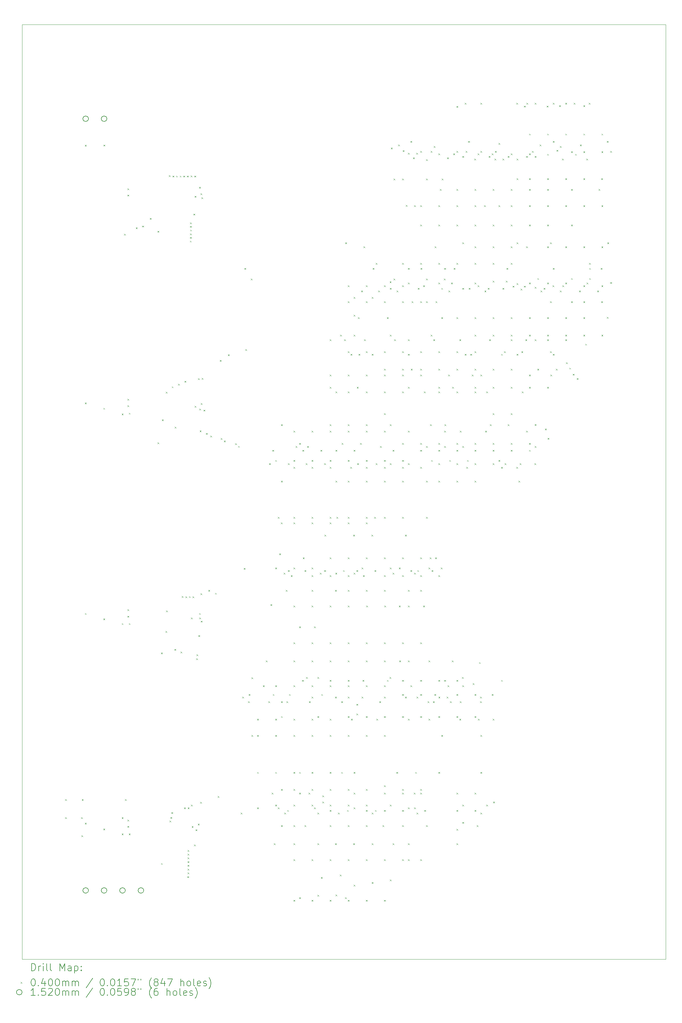
<source format=gbr>
%TF.GenerationSoftware,KiCad,Pcbnew,7.0.9*%
%TF.CreationDate,2025-01-02T12:43:33+01:00*%
%TF.ProjectId,lightning-map,6c696768-746e-4696-9e67-2d6d61702e6b,rev?*%
%TF.SameCoordinates,Original*%
%TF.FileFunction,Drillmap*%
%TF.FilePolarity,Positive*%
%FSLAX45Y45*%
G04 Gerber Fmt 4.5, Leading zero omitted, Abs format (unit mm)*
G04 Created by KiCad (PCBNEW 7.0.9) date 2025-01-02 12:43:33*
%MOMM*%
%LPD*%
G01*
G04 APERTURE LIST*
%ADD10C,0.100000*%
%ADD11C,0.200000*%
%ADD12C,0.152000*%
G04 APERTURE END LIST*
D10*
X20750000Y-33900000D02*
X38500000Y-33900000D01*
X20750000Y-8100000D02*
X20750000Y-33900000D01*
X38500000Y-33900000D02*
X38500000Y-8100000D01*
X38500000Y-8100000D02*
X20750000Y-8100000D01*
D11*
D10*
X21935000Y-29480000D02*
X21975000Y-29520000D01*
X21975000Y-29480000D02*
X21935000Y-29520000D01*
X21935000Y-29980000D02*
X21975000Y-30020000D01*
X21975000Y-29980000D02*
X21935000Y-30020000D01*
X22375000Y-29980000D02*
X22415000Y-30020000D01*
X22415000Y-29980000D02*
X22375000Y-30020000D01*
X22380000Y-30480000D02*
X22420000Y-30520000D01*
X22420000Y-30480000D02*
X22380000Y-30520000D01*
X22395000Y-29480000D02*
X22435000Y-29520000D01*
X22435000Y-29480000D02*
X22395000Y-29520000D01*
X22480000Y-11420000D02*
X22520000Y-11460000D01*
X22520000Y-11420000D02*
X22480000Y-11460000D01*
X22480000Y-18535000D02*
X22520000Y-18575000D01*
X22520000Y-18535000D02*
X22480000Y-18575000D01*
X22480000Y-24345000D02*
X22520000Y-24385000D01*
X22520000Y-24345000D02*
X22480000Y-24385000D01*
X22480000Y-30130000D02*
X22520000Y-30170000D01*
X22520000Y-30130000D02*
X22480000Y-30170000D01*
X22988000Y-18680000D02*
X23028000Y-18720000D01*
X23028000Y-18680000D02*
X22988000Y-18720000D01*
X22988000Y-24495000D02*
X23028000Y-24535000D01*
X23028000Y-24495000D02*
X22988000Y-24535000D01*
X22988000Y-30290000D02*
X23028000Y-30330000D01*
X23028000Y-30290000D02*
X22988000Y-30330000D01*
X22990000Y-11415000D02*
X23030000Y-11455000D01*
X23030000Y-11415000D02*
X22990000Y-11455000D01*
X23496000Y-18835000D02*
X23536000Y-18875000D01*
X23536000Y-18835000D02*
X23496000Y-18875000D01*
X23496000Y-24625000D02*
X23536000Y-24665000D01*
X23536000Y-24625000D02*
X23496000Y-24665000D01*
X23496000Y-29980000D02*
X23536000Y-30020000D01*
X23536000Y-29980000D02*
X23496000Y-30020000D01*
X23496000Y-30430000D02*
X23536000Y-30470000D01*
X23536000Y-30430000D02*
X23496000Y-30470000D01*
X23560000Y-13875000D02*
X23600000Y-13915000D01*
X23600000Y-13875000D02*
X23560000Y-13915000D01*
X23585000Y-29480000D02*
X23625000Y-29520000D01*
X23625000Y-29480000D02*
X23585000Y-29520000D01*
X23655000Y-12625000D02*
X23695000Y-12665000D01*
X23695000Y-12625000D02*
X23655000Y-12665000D01*
X23655000Y-12795000D02*
X23695000Y-12835000D01*
X23695000Y-12795000D02*
X23655000Y-12835000D01*
X23655000Y-18430000D02*
X23695000Y-18470000D01*
X23695000Y-18430000D02*
X23655000Y-18470000D01*
X23655000Y-18606517D02*
X23695000Y-18646517D01*
X23695000Y-18606517D02*
X23655000Y-18646517D01*
X23655000Y-24240000D02*
X23695000Y-24280000D01*
X23695000Y-24240000D02*
X23655000Y-24280000D01*
X23655000Y-24420000D02*
X23695000Y-24460000D01*
X23695000Y-24420000D02*
X23655000Y-24460000D01*
X23655000Y-30045000D02*
X23695000Y-30085000D01*
X23695000Y-30045000D02*
X23655000Y-30085000D01*
X23655000Y-30220000D02*
X23695000Y-30260000D01*
X23695000Y-30220000D02*
X23655000Y-30260000D01*
X23690000Y-18816617D02*
X23730000Y-18856617D01*
X23730000Y-18816617D02*
X23690000Y-18856617D01*
X23690000Y-24623283D02*
X23730000Y-24663283D01*
X23730000Y-24623283D02*
X23690000Y-24663283D01*
X23690000Y-30429950D02*
X23730000Y-30469950D01*
X23730000Y-30429950D02*
X23690000Y-30469950D01*
X23885000Y-13695000D02*
X23925000Y-13735000D01*
X23925000Y-13695000D02*
X23885000Y-13735000D01*
X24060000Y-13650000D02*
X24100000Y-13690000D01*
X24100000Y-13650000D02*
X24060000Y-13690000D01*
X24270000Y-13440000D02*
X24310000Y-13480000D01*
X24310000Y-13440000D02*
X24270000Y-13480000D01*
X24480000Y-13795000D02*
X24520000Y-13835000D01*
X24520000Y-13795000D02*
X24480000Y-13835000D01*
X24480000Y-19630000D02*
X24520000Y-19670000D01*
X24520000Y-19630000D02*
X24480000Y-19670000D01*
X24580000Y-25430000D02*
X24620000Y-25470000D01*
X24620000Y-25430000D02*
X24580000Y-25470000D01*
X24580000Y-31245000D02*
X24620000Y-31285000D01*
X24620000Y-31245000D02*
X24580000Y-31285000D01*
X24605000Y-19000000D02*
X24645000Y-19040000D01*
X24645000Y-19000000D02*
X24605000Y-19040000D01*
X24700000Y-24840000D02*
X24740000Y-24880000D01*
X24740000Y-24840000D02*
X24700000Y-24880000D01*
X24712500Y-18237500D02*
X24752500Y-18277500D01*
X24752500Y-18237500D02*
X24712500Y-18277500D01*
X24720000Y-24270000D02*
X24760000Y-24310000D01*
X24760000Y-24270000D02*
X24720000Y-24310000D01*
X24795746Y-12259553D02*
X24835746Y-12299553D01*
X24835746Y-12259553D02*
X24795746Y-12299553D01*
X24809563Y-30071659D02*
X24849563Y-30111659D01*
X24849563Y-30071659D02*
X24809563Y-30111659D01*
X24835000Y-29975000D02*
X24875000Y-30015000D01*
X24875000Y-29975000D02*
X24835000Y-30015000D01*
X24860000Y-29840000D02*
X24900000Y-29880000D01*
X24900000Y-29840000D02*
X24860000Y-29880000D01*
X24876649Y-18086649D02*
X24916649Y-18126649D01*
X24916649Y-18086649D02*
X24876649Y-18126649D01*
X24895149Y-12270000D02*
X24935149Y-12310000D01*
X24935149Y-12270000D02*
X24895149Y-12310000D01*
X24945906Y-25335000D02*
X24985906Y-25375000D01*
X24985906Y-25335000D02*
X24945906Y-25375000D01*
X24953048Y-19201952D02*
X24993048Y-19241952D01*
X24993048Y-19201952D02*
X24953048Y-19241952D01*
X24995099Y-12270000D02*
X25035099Y-12310000D01*
X25035099Y-12270000D02*
X24995099Y-12310000D01*
X25048611Y-18013611D02*
X25088611Y-18053611D01*
X25088611Y-18013611D02*
X25048611Y-18053611D01*
X25095050Y-12270000D02*
X25135050Y-12310000D01*
X25135050Y-12270000D02*
X25095050Y-12310000D01*
X25114915Y-25405085D02*
X25154915Y-25445085D01*
X25154915Y-25405085D02*
X25114915Y-25445085D01*
X25150000Y-23875000D02*
X25190000Y-23915000D01*
X25190000Y-23875000D02*
X25150000Y-23915000D01*
X25195000Y-12270000D02*
X25235000Y-12310000D01*
X25235000Y-12270000D02*
X25195000Y-12310000D01*
X25215000Y-29710000D02*
X25255000Y-29750000D01*
X25255000Y-29710000D02*
X25215000Y-29750000D01*
X25225538Y-17935538D02*
X25265538Y-17975538D01*
X25265538Y-17935538D02*
X25225538Y-17975538D01*
X25250240Y-23880507D02*
X25290240Y-23920507D01*
X25290240Y-23880507D02*
X25250240Y-23920507D01*
X25295186Y-12271965D02*
X25335186Y-12311965D01*
X25335186Y-12271965D02*
X25295186Y-12311965D01*
X25305000Y-31610000D02*
X25345000Y-31650000D01*
X25345000Y-31610000D02*
X25305000Y-31650000D01*
X25310000Y-30885000D02*
X25350000Y-30925000D01*
X25350000Y-30885000D02*
X25310000Y-30925000D01*
X25310000Y-30985000D02*
X25350000Y-31025000D01*
X25350000Y-30985000D02*
X25310000Y-31025000D01*
X25310000Y-31090000D02*
X25350000Y-31130000D01*
X25350000Y-31090000D02*
X25310000Y-31130000D01*
X25310000Y-31195000D02*
X25350000Y-31235000D01*
X25350000Y-31195000D02*
X25310000Y-31235000D01*
X25310000Y-31295000D02*
X25350000Y-31335000D01*
X25350000Y-31295000D02*
X25310000Y-31335000D01*
X25310000Y-31400000D02*
X25350000Y-31440000D01*
X25350000Y-31400000D02*
X25310000Y-31440000D01*
X25310000Y-31505000D02*
X25350000Y-31545000D01*
X25350000Y-31505000D02*
X25310000Y-31545000D01*
X25315000Y-29710000D02*
X25355000Y-29750000D01*
X25355000Y-29710000D02*
X25315000Y-29750000D01*
X25350188Y-23879747D02*
X25390188Y-23919747D01*
X25390188Y-23879747D02*
X25350188Y-23919747D01*
X25375509Y-14064800D02*
X25415509Y-14104800D01*
X25415509Y-14064800D02*
X25375509Y-14104800D01*
X25380000Y-13560000D02*
X25420000Y-13600000D01*
X25420000Y-13560000D02*
X25380000Y-13600000D01*
X25380000Y-13659950D02*
X25420000Y-13699950D01*
X25420000Y-13659950D02*
X25380000Y-13699950D01*
X25380000Y-13865000D02*
X25420000Y-13905000D01*
X25420000Y-13865000D02*
X25380000Y-13905000D01*
X25380000Y-13964950D02*
X25420000Y-14004950D01*
X25420000Y-13964950D02*
X25380000Y-14004950D01*
X25383069Y-13761944D02*
X25423069Y-13801944D01*
X25423069Y-13761944D02*
X25383069Y-13801944D01*
X25398038Y-12268038D02*
X25438038Y-12308038D01*
X25438038Y-12268038D02*
X25398038Y-12308038D01*
X25404462Y-24464462D02*
X25444462Y-24504462D01*
X25444462Y-24464462D02*
X25404462Y-24504462D01*
X25405000Y-29630000D02*
X25445000Y-29670000D01*
X25445000Y-29630000D02*
X25405000Y-29670000D01*
X25425000Y-30225000D02*
X25465000Y-30265000D01*
X25465000Y-30225000D02*
X25425000Y-30265000D01*
X25450000Y-23885000D02*
X25490000Y-23925000D01*
X25490000Y-23885000D02*
X25450000Y-23925000D01*
X25470000Y-13320000D02*
X25510000Y-13360000D01*
X25510000Y-13320000D02*
X25470000Y-13360000D01*
X25490000Y-30730000D02*
X25530000Y-30770000D01*
X25530000Y-30730000D02*
X25490000Y-30770000D01*
X25497938Y-12271201D02*
X25537938Y-12311201D01*
X25537938Y-12271201D02*
X25497938Y-12311201D01*
X25505000Y-12830000D02*
X25545000Y-12870000D01*
X25545000Y-12830000D02*
X25505000Y-12870000D01*
X25505000Y-18625000D02*
X25545000Y-18665000D01*
X25545000Y-18625000D02*
X25505000Y-18665000D01*
X25534462Y-30314462D02*
X25574462Y-30354462D01*
X25574462Y-30314462D02*
X25534462Y-30354462D01*
X25547500Y-25592500D02*
X25587500Y-25632500D01*
X25587500Y-25592500D02*
X25547500Y-25632500D01*
X25555000Y-25485000D02*
X25595000Y-25525000D01*
X25595000Y-25485000D02*
X25555000Y-25525000D01*
X25595000Y-30155000D02*
X25635000Y-30195000D01*
X25635000Y-30155000D02*
X25595000Y-30195000D01*
X25600502Y-17860503D02*
X25640502Y-17900503D01*
X25640502Y-17860503D02*
X25600502Y-17900503D01*
X25610000Y-24955000D02*
X25650000Y-24995000D01*
X25650000Y-24955000D02*
X25610000Y-24995000D01*
X25630000Y-12580000D02*
X25670000Y-12620000D01*
X25670000Y-12580000D02*
X25630000Y-12620000D01*
X25630000Y-24345000D02*
X25670000Y-24385000D01*
X25670000Y-24345000D02*
X25630000Y-24385000D01*
X25635000Y-18700000D02*
X25675000Y-18740000D01*
X25675000Y-18700000D02*
X25635000Y-18740000D01*
X25635000Y-24465000D02*
X25675000Y-24505000D01*
X25675000Y-24465000D02*
X25635000Y-24505000D01*
X25645000Y-19300000D02*
X25685000Y-19340000D01*
X25685000Y-19300000D02*
X25645000Y-19340000D01*
X25660000Y-29555000D02*
X25700000Y-29595000D01*
X25700000Y-29555000D02*
X25660000Y-29595000D01*
X25665000Y-23800000D02*
X25705000Y-23840000D01*
X25705000Y-23800000D02*
X25665000Y-23840000D01*
X25670000Y-12760000D02*
X25710000Y-12800000D01*
X25710000Y-12760000D02*
X25670000Y-12800000D01*
X25675000Y-18550000D02*
X25715000Y-18590000D01*
X25715000Y-18550000D02*
X25675000Y-18590000D01*
X25675594Y-24556336D02*
X25715594Y-24596336D01*
X25715594Y-24556336D02*
X25675594Y-24596336D01*
X25695000Y-12870000D02*
X25735000Y-12910000D01*
X25735000Y-12870000D02*
X25695000Y-12910000D01*
X25702500Y-17857500D02*
X25742500Y-17897500D01*
X25742500Y-17857500D02*
X25702500Y-17897500D01*
X25750000Y-18730000D02*
X25790000Y-18770000D01*
X25790000Y-18730000D02*
X25750000Y-18770000D01*
X25818481Y-19374557D02*
X25858481Y-19414557D01*
X25858481Y-19374557D02*
X25818481Y-19414557D01*
X25882599Y-23702401D02*
X25922599Y-23742401D01*
X25922599Y-23702401D02*
X25882599Y-23742401D01*
X25940000Y-19444507D02*
X25980000Y-19484507D01*
X25980000Y-19444507D02*
X25940000Y-19484507D01*
X26070000Y-23785000D02*
X26110000Y-23825000D01*
X26110000Y-23785000D02*
X26070000Y-23825000D01*
X26142500Y-29395050D02*
X26182500Y-29435050D01*
X26182500Y-29395050D02*
X26142500Y-29435050D01*
X26200000Y-17360000D02*
X26240000Y-17400000D01*
X26240000Y-17360000D02*
X26200000Y-17400000D01*
X26225000Y-19515000D02*
X26265000Y-19555000D01*
X26265000Y-19515000D02*
X26225000Y-19555000D01*
X26315000Y-19585000D02*
X26355000Y-19625000D01*
X26355000Y-19585000D02*
X26315000Y-19625000D01*
X26425000Y-17205000D02*
X26465000Y-17245000D01*
X26465000Y-17205000D02*
X26425000Y-17245000D01*
X26625000Y-19660000D02*
X26665000Y-19700000D01*
X26665000Y-19660000D02*
X26625000Y-19700000D01*
X26705000Y-19730000D02*
X26745000Y-19770000D01*
X26745000Y-19730000D02*
X26705000Y-19770000D01*
X26775000Y-29849900D02*
X26815000Y-29889900D01*
X26815000Y-29849900D02*
X26775000Y-29889900D01*
X26818924Y-26650000D02*
X26858924Y-26690000D01*
X26858924Y-26650000D02*
X26818924Y-26690000D01*
X26860000Y-23100000D02*
X26900000Y-23140000D01*
X26900000Y-23100000D02*
X26860000Y-23140000D01*
X26875000Y-14820000D02*
X26915000Y-14860000D01*
X26915000Y-14820000D02*
X26875000Y-14860000D01*
X26905000Y-17060050D02*
X26945000Y-17100050D01*
X26945000Y-17060050D02*
X26905000Y-17100050D01*
X26980000Y-26780000D02*
X27020000Y-26820000D01*
X27020000Y-26780000D02*
X26980000Y-26820000D01*
X26995000Y-26580000D02*
X27035000Y-26620000D01*
X27035000Y-26580000D02*
X26995000Y-26620000D01*
X27055000Y-15110000D02*
X27095000Y-15150000D01*
X27095000Y-15110000D02*
X27055000Y-15150000D01*
X27075000Y-26120000D02*
X27115000Y-26160000D01*
X27115000Y-26120000D02*
X27075000Y-26160000D01*
X27075000Y-27710000D02*
X27115000Y-27750000D01*
X27115000Y-27710000D02*
X27075000Y-27750000D01*
X27230000Y-27260675D02*
X27270000Y-27300675D01*
X27270000Y-27260675D02*
X27230000Y-27300675D01*
X27230000Y-27710000D02*
X27270000Y-27750000D01*
X27270000Y-27710000D02*
X27230000Y-27750000D01*
X27230000Y-28730000D02*
X27270000Y-28770000D01*
X27270000Y-28730000D02*
X27230000Y-28770000D01*
X27230000Y-29710000D02*
X27270000Y-29750000D01*
X27270000Y-29710000D02*
X27230000Y-29750000D01*
X27390000Y-26340000D02*
X27430000Y-26380000D01*
X27430000Y-26340000D02*
X27390000Y-26380000D01*
X27470000Y-25650000D02*
X27510000Y-25690000D01*
X27510000Y-25650000D02*
X27470000Y-25690000D01*
X27540000Y-26780000D02*
X27580000Y-26820000D01*
X27580000Y-26780000D02*
X27540000Y-26820000D01*
X27560000Y-20210000D02*
X27600000Y-20250000D01*
X27600000Y-20210000D02*
X27560000Y-20250000D01*
X27600000Y-24099950D02*
X27640000Y-24139950D01*
X27640000Y-24099950D02*
X27600000Y-24139950D01*
X27630000Y-29300000D02*
X27670000Y-29340000D01*
X27670000Y-29300000D02*
X27630000Y-29340000D01*
X27650000Y-19840000D02*
X27690000Y-19880000D01*
X27690000Y-19840000D02*
X27650000Y-19880000D01*
X27660000Y-26580000D02*
X27700000Y-26620000D01*
X27700000Y-26580000D02*
X27660000Y-26620000D01*
X27690000Y-30700000D02*
X27730000Y-30740000D01*
X27730000Y-30700000D02*
X27690000Y-30740000D01*
X27730000Y-20120000D02*
X27770000Y-20160000D01*
X27770000Y-20120000D02*
X27730000Y-20160000D01*
X27730000Y-23089324D02*
X27770000Y-23129324D01*
X27770000Y-23089324D02*
X27730000Y-23129324D01*
X27730000Y-26340000D02*
X27770000Y-26380000D01*
X27770000Y-26340000D02*
X27730000Y-26380000D01*
X27730000Y-27260675D02*
X27770000Y-27300675D01*
X27770000Y-27260675D02*
X27730000Y-27300675D01*
X27730000Y-27710000D02*
X27770000Y-27750000D01*
X27770000Y-27710000D02*
X27730000Y-27750000D01*
X27730000Y-28730000D02*
X27770000Y-28770000D01*
X27770000Y-28730000D02*
X27730000Y-28770000D01*
X27730000Y-29630000D02*
X27770000Y-29670000D01*
X27770000Y-29630000D02*
X27730000Y-29670000D01*
X27800000Y-21690000D02*
X27840000Y-21730000D01*
X27840000Y-21690000D02*
X27800000Y-21730000D01*
X27800000Y-29710000D02*
X27840000Y-29750000D01*
X27840000Y-29710000D02*
X27800000Y-29750000D01*
X27840000Y-22700000D02*
X27880000Y-22740000D01*
X27880000Y-22700000D02*
X27840000Y-22740000D01*
X27887500Y-21840000D02*
X27927500Y-21880000D01*
X27927500Y-21840000D02*
X27887500Y-21880000D01*
X27890000Y-19132229D02*
X27930000Y-19172229D01*
X27930000Y-19132229D02*
X27890000Y-19172229D01*
X27890000Y-20690000D02*
X27930000Y-20730000D01*
X27930000Y-20690000D02*
X27890000Y-20730000D01*
X27890000Y-26780000D02*
X27930000Y-26820000D01*
X27930000Y-26780000D02*
X27890000Y-26820000D01*
X27890000Y-27190000D02*
X27930000Y-27230000D01*
X27930000Y-27190000D02*
X27890000Y-27230000D01*
X27890000Y-29200000D02*
X27930000Y-29240000D01*
X27930000Y-29200000D02*
X27890000Y-29240000D01*
X27890000Y-30200000D02*
X27930000Y-30240000D01*
X27930000Y-30200000D02*
X27890000Y-30240000D01*
X27960000Y-23230000D02*
X28000000Y-23270000D01*
X28000000Y-23230000D02*
X27960000Y-23270000D01*
X27980000Y-29849950D02*
X28020000Y-29889950D01*
X28020000Y-29849950D02*
X27980000Y-29889950D01*
X28020000Y-23702401D02*
X28060000Y-23742401D01*
X28060000Y-23702401D02*
X28020000Y-23742401D01*
X28040000Y-26780000D02*
X28080000Y-26820000D01*
X28080000Y-26780000D02*
X28040000Y-26820000D01*
X28060000Y-29780000D02*
X28100000Y-29820000D01*
X28100000Y-29780000D02*
X28060000Y-29820000D01*
X28080000Y-20210000D02*
X28120000Y-20250000D01*
X28120000Y-20210000D02*
X28080000Y-20250000D01*
X28080000Y-23159324D02*
X28120000Y-23199324D01*
X28120000Y-23159324D02*
X28080000Y-23199324D01*
X28110000Y-26580000D02*
X28150000Y-26620000D01*
X28150000Y-26580000D02*
X28110000Y-26620000D01*
X28160000Y-23300000D02*
X28200000Y-23340000D01*
X28200000Y-23300000D02*
X28160000Y-23340000D01*
X28230000Y-19310000D02*
X28270000Y-19350000D01*
X28270000Y-19310000D02*
X28230000Y-19350000D01*
X28230000Y-20120000D02*
X28270000Y-20160000D01*
X28270000Y-20120000D02*
X28230000Y-20160000D01*
X28230000Y-20310000D02*
X28270000Y-20350000D01*
X28270000Y-20310000D02*
X28230000Y-20350000D01*
X28230000Y-21690000D02*
X28270000Y-21730000D01*
X28270000Y-21690000D02*
X28230000Y-21730000D01*
X28230000Y-21840000D02*
X28270000Y-21880000D01*
X28270000Y-21840000D02*
X28230000Y-21880000D01*
X28230000Y-23089324D02*
X28270000Y-23129324D01*
X28270000Y-23089324D02*
X28230000Y-23129324D01*
X28230000Y-24140000D02*
X28270000Y-24180000D01*
X28270000Y-24140000D02*
X28230000Y-24180000D01*
X28230000Y-25150000D02*
X28270000Y-25190000D01*
X28270000Y-25150000D02*
X28230000Y-25190000D01*
X28230000Y-25650000D02*
X28270000Y-25690000D01*
X28270000Y-25650000D02*
X28230000Y-25690000D01*
X28230000Y-26340000D02*
X28270000Y-26380000D01*
X28270000Y-26340000D02*
X28230000Y-26380000D01*
X28230000Y-27260675D02*
X28270000Y-27300675D01*
X28270000Y-27260675D02*
X28230000Y-27300675D01*
X28230000Y-27710000D02*
X28270000Y-27750000D01*
X28270000Y-27710000D02*
X28230000Y-27750000D01*
X28230000Y-28730000D02*
X28270000Y-28770000D01*
X28270000Y-28730000D02*
X28230000Y-28770000D01*
X28230000Y-29200000D02*
X28270000Y-29240000D01*
X28270000Y-29200000D02*
X28230000Y-29240000D01*
X28230000Y-29630000D02*
X28270000Y-29670000D01*
X28270000Y-29630000D02*
X28230000Y-29670000D01*
X28230000Y-30200000D02*
X28270000Y-30240000D01*
X28270000Y-30200000D02*
X28230000Y-30240000D01*
X28230000Y-30700000D02*
X28270000Y-30740000D01*
X28270000Y-30700000D02*
X28230000Y-30740000D01*
X28230000Y-31139462D02*
X28270000Y-31179462D01*
X28270000Y-31139462D02*
X28230000Y-31179462D01*
X28230000Y-32260000D02*
X28270000Y-32300000D01*
X28270000Y-32260000D02*
X28230000Y-32300000D01*
X28290000Y-19731402D02*
X28330000Y-19771402D01*
X28330000Y-19731402D02*
X28290000Y-19771402D01*
X28390000Y-19647229D02*
X28430000Y-19687229D01*
X28430000Y-19647229D02*
X28390000Y-19687229D01*
X28390000Y-24710000D02*
X28430000Y-24750000D01*
X28430000Y-24710000D02*
X28390000Y-24750000D01*
X28390000Y-28730000D02*
X28430000Y-28770000D01*
X28430000Y-28730000D02*
X28390000Y-28770000D01*
X28390000Y-29300000D02*
X28430000Y-29340000D01*
X28430000Y-29300000D02*
X28390000Y-29340000D01*
X28390000Y-32190000D02*
X28430000Y-32230000D01*
X28430000Y-32190000D02*
X28390000Y-32230000D01*
X28470000Y-26190000D02*
X28510000Y-26230000D01*
X28510000Y-26190000D02*
X28470000Y-26230000D01*
X28480000Y-19840000D02*
X28520000Y-19880000D01*
X28520000Y-19840000D02*
X28480000Y-19880000D01*
X28490000Y-22810000D02*
X28530000Y-22850000D01*
X28530000Y-22810000D02*
X28490000Y-22850000D01*
X28539462Y-23159462D02*
X28579462Y-23199462D01*
X28579462Y-23159462D02*
X28539462Y-23199462D01*
X28540000Y-30200000D02*
X28580000Y-30240000D01*
X28580000Y-30200000D02*
X28540000Y-30240000D01*
X28570000Y-20210000D02*
X28610000Y-20250000D01*
X28610000Y-20210000D02*
X28570000Y-20250000D01*
X28580000Y-26110000D02*
X28620000Y-26150000D01*
X28620000Y-26110000D02*
X28580000Y-26150000D01*
X28610000Y-19731402D02*
X28650000Y-19771402D01*
X28650000Y-19731402D02*
X28610000Y-19771402D01*
X28650000Y-29300000D02*
X28690000Y-29340000D01*
X28690000Y-29300000D02*
X28650000Y-29340000D01*
X28660000Y-26780000D02*
X28700000Y-26820000D01*
X28700000Y-26780000D02*
X28660000Y-26820000D01*
X28730000Y-19310000D02*
X28770000Y-19350000D01*
X28770000Y-19310000D02*
X28730000Y-19350000D01*
X28730000Y-20120000D02*
X28770000Y-20160000D01*
X28770000Y-20120000D02*
X28730000Y-20160000D01*
X28730000Y-20310000D02*
X28770000Y-20350000D01*
X28770000Y-20310000D02*
X28730000Y-20350000D01*
X28730000Y-21690000D02*
X28770000Y-21730000D01*
X28770000Y-21690000D02*
X28730000Y-21730000D01*
X28730000Y-21840000D02*
X28770000Y-21880000D01*
X28770000Y-21840000D02*
X28730000Y-21880000D01*
X28730000Y-23089324D02*
X28770000Y-23129324D01*
X28770000Y-23089324D02*
X28730000Y-23129324D01*
X28730000Y-23300000D02*
X28770000Y-23340000D01*
X28770000Y-23300000D02*
X28730000Y-23340000D01*
X28730000Y-23702401D02*
X28770000Y-23742401D01*
X28770000Y-23702401D02*
X28730000Y-23742401D01*
X28730000Y-24140000D02*
X28770000Y-24180000D01*
X28770000Y-24140000D02*
X28730000Y-24180000D01*
X28730000Y-25150000D02*
X28770000Y-25190000D01*
X28770000Y-25150000D02*
X28730000Y-25190000D01*
X28730000Y-25650000D02*
X28770000Y-25690000D01*
X28770000Y-25650000D02*
X28730000Y-25690000D01*
X28730000Y-26340000D02*
X28770000Y-26380000D01*
X28770000Y-26340000D02*
X28730000Y-26380000D01*
X28730000Y-26650000D02*
X28770000Y-26690000D01*
X28770000Y-26650000D02*
X28730000Y-26690000D01*
X28730000Y-27260675D02*
X28770000Y-27300675D01*
X28770000Y-27260675D02*
X28730000Y-27300675D01*
X28730000Y-27710000D02*
X28770000Y-27750000D01*
X28770000Y-27710000D02*
X28730000Y-27750000D01*
X28730000Y-28730000D02*
X28770000Y-28770000D01*
X28770000Y-28730000D02*
X28730000Y-28770000D01*
X28730000Y-29200000D02*
X28770000Y-29240000D01*
X28770000Y-29200000D02*
X28730000Y-29240000D01*
X28730000Y-29630000D02*
X28770000Y-29670000D01*
X28770000Y-29630000D02*
X28730000Y-29670000D01*
X28730000Y-31139462D02*
X28770000Y-31179462D01*
X28770000Y-31139462D02*
X28730000Y-31179462D01*
X28730000Y-32260000D02*
X28770000Y-32300000D01*
X28770000Y-32260000D02*
X28730000Y-32300000D01*
X28800000Y-24710000D02*
X28840000Y-24750000D01*
X28840000Y-24710000D02*
X28800000Y-24750000D01*
X28800000Y-29710000D02*
X28840000Y-29750000D01*
X28840000Y-29710000D02*
X28800000Y-29750000D01*
X28890000Y-26110000D02*
X28930000Y-26150000D01*
X28930000Y-26110000D02*
X28890000Y-26150000D01*
X28890000Y-27190000D02*
X28930000Y-27230000D01*
X28930000Y-27190000D02*
X28890000Y-27230000D01*
X28890000Y-29849950D02*
X28930000Y-29889950D01*
X28930000Y-29849950D02*
X28890000Y-29889950D01*
X28890000Y-30700000D02*
X28930000Y-30740000D01*
X28930000Y-30700000D02*
X28890000Y-30740000D01*
X28890000Y-32120000D02*
X28930000Y-32160000D01*
X28930000Y-32120000D02*
X28890000Y-32160000D01*
X28961250Y-23230000D02*
X29001250Y-23270000D01*
X29001250Y-23230000D02*
X28961250Y-23270000D01*
X28980000Y-19840000D02*
X29020000Y-19880000D01*
X29020000Y-19840000D02*
X28980000Y-19880000D01*
X28990000Y-31630050D02*
X29030000Y-31670050D01*
X29030000Y-31630050D02*
X28990000Y-31670050D01*
X29000000Y-26580000D02*
X29040000Y-26620000D01*
X29040000Y-26580000D02*
X29000000Y-26620000D01*
X29030000Y-29380000D02*
X29070000Y-29420000D01*
X29070000Y-29380000D02*
X29030000Y-29420000D01*
X29030000Y-29550000D02*
X29070000Y-29590000D01*
X29070000Y-29550000D02*
X29030000Y-29590000D01*
X29080000Y-20210000D02*
X29120000Y-20250000D01*
X29120000Y-20210000D02*
X29080000Y-20250000D01*
X29080000Y-23159324D02*
X29120000Y-23199324D01*
X29120000Y-23159324D02*
X29080000Y-23199324D01*
X29090000Y-22180000D02*
X29130000Y-22220000D01*
X29130000Y-22180000D02*
X29090000Y-22220000D01*
X29230000Y-16790000D02*
X29270000Y-16830000D01*
X29270000Y-16790000D02*
X29230000Y-16830000D01*
X29230000Y-17760000D02*
X29270000Y-17800000D01*
X29270000Y-17760000D02*
X29230000Y-17800000D01*
X29230000Y-18100000D02*
X29270000Y-18140000D01*
X29270000Y-18100000D02*
X29230000Y-18140000D01*
X29230000Y-19132229D02*
X29270000Y-19172229D01*
X29270000Y-19132229D02*
X29230000Y-19172229D01*
X29230000Y-19310000D02*
X29270000Y-19350000D01*
X29270000Y-19310000D02*
X29230000Y-19350000D01*
X29230000Y-20120000D02*
X29270000Y-20160000D01*
X29270000Y-20120000D02*
X29230000Y-20160000D01*
X29230000Y-20310000D02*
X29270000Y-20350000D01*
X29270000Y-20310000D02*
X29230000Y-20350000D01*
X29230000Y-21690000D02*
X29270000Y-21730000D01*
X29270000Y-21690000D02*
X29230000Y-21730000D01*
X29230000Y-21840000D02*
X29270000Y-21880000D01*
X29270000Y-21840000D02*
X29230000Y-21880000D01*
X29230000Y-22810000D02*
X29270000Y-22850000D01*
X29270000Y-22810000D02*
X29230000Y-22850000D01*
X29230000Y-23300000D02*
X29270000Y-23340000D01*
X29270000Y-23300000D02*
X29230000Y-23340000D01*
X29230000Y-24140000D02*
X29270000Y-24180000D01*
X29270000Y-24140000D02*
X29230000Y-24180000D01*
X29230000Y-25150000D02*
X29270000Y-25190000D01*
X29270000Y-25150000D02*
X29230000Y-25190000D01*
X29230000Y-25650000D02*
X29270000Y-25690000D01*
X29270000Y-25650000D02*
X29230000Y-25690000D01*
X29230000Y-26190000D02*
X29270000Y-26230000D01*
X29270000Y-26190000D02*
X29230000Y-26230000D01*
X29230000Y-26340000D02*
X29270000Y-26380000D01*
X29270000Y-26340000D02*
X29230000Y-26380000D01*
X29230000Y-27260675D02*
X29270000Y-27300675D01*
X29270000Y-27260675D02*
X29230000Y-27300675D01*
X29230000Y-27710000D02*
X29270000Y-27750000D01*
X29270000Y-27710000D02*
X29230000Y-27750000D01*
X29230000Y-28730000D02*
X29270000Y-28770000D01*
X29270000Y-28730000D02*
X29230000Y-28770000D01*
X29230000Y-29200000D02*
X29270000Y-29240000D01*
X29270000Y-29200000D02*
X29230000Y-29240000D01*
X29230000Y-29630000D02*
X29270000Y-29670000D01*
X29270000Y-29630000D02*
X29230000Y-29670000D01*
X29230000Y-29780000D02*
X29270000Y-29820000D01*
X29270000Y-29780000D02*
X29230000Y-29820000D01*
X29230000Y-30200000D02*
X29270000Y-30240000D01*
X29270000Y-30200000D02*
X29230000Y-30240000D01*
X29230000Y-31139462D02*
X29270000Y-31179462D01*
X29270000Y-31139462D02*
X29230000Y-31179462D01*
X29230000Y-32260000D02*
X29270000Y-32300000D01*
X29270000Y-32260000D02*
X29230000Y-32300000D01*
X29380000Y-23702401D02*
X29420000Y-23742401D01*
X29420000Y-23702401D02*
X29380000Y-23742401D01*
X29380000Y-26650000D02*
X29420000Y-26690000D01*
X29420000Y-26650000D02*
X29380000Y-26690000D01*
X29380000Y-30700000D02*
X29420000Y-30740000D01*
X29420000Y-30700000D02*
X29380000Y-30740000D01*
X29387500Y-23230000D02*
X29427500Y-23270000D01*
X29427500Y-23230000D02*
X29387500Y-23270000D01*
X29390000Y-18230000D02*
X29430000Y-18270000D01*
X29430000Y-18230000D02*
X29390000Y-18270000D01*
X29390000Y-19840000D02*
X29430000Y-19880000D01*
X29430000Y-19840000D02*
X29390000Y-19880000D01*
X29390000Y-20690000D02*
X29430000Y-20730000D01*
X29430000Y-20690000D02*
X29390000Y-20730000D01*
X29390000Y-32110000D02*
X29430000Y-32150000D01*
X29430000Y-32110000D02*
X29390000Y-32150000D01*
X29420000Y-21690000D02*
X29460000Y-21730000D01*
X29460000Y-21690000D02*
X29420000Y-21730000D01*
X29460000Y-29849950D02*
X29500000Y-29889950D01*
X29500000Y-29849950D02*
X29460000Y-29889950D01*
X29510000Y-31560000D02*
X29550000Y-31600000D01*
X29550000Y-31560000D02*
X29510000Y-31600000D01*
X29520000Y-16660000D02*
X29560000Y-16700000D01*
X29560000Y-16660000D02*
X29520000Y-16700000D01*
X29550000Y-26780000D02*
X29590000Y-26820000D01*
X29590000Y-26780000D02*
X29550000Y-26820000D01*
X29550000Y-28730000D02*
X29590000Y-28770000D01*
X29590000Y-28730000D02*
X29550000Y-28770000D01*
X29560000Y-19647229D02*
X29600000Y-19687229D01*
X29600000Y-19647229D02*
X29560000Y-19687229D01*
X29600000Y-23159324D02*
X29640000Y-23199324D01*
X29640000Y-23159324D02*
X29600000Y-23199324D01*
X29630000Y-16790000D02*
X29670000Y-16830000D01*
X29670000Y-16790000D02*
X29630000Y-16830000D01*
X29653216Y-32190050D02*
X29693216Y-32230050D01*
X29693216Y-32190050D02*
X29653216Y-32230050D01*
X29660000Y-14110000D02*
X29700000Y-14150000D01*
X29700000Y-14110000D02*
X29660000Y-14150000D01*
X29710000Y-29780000D02*
X29750000Y-29820000D01*
X29750000Y-29780000D02*
X29710000Y-29820000D01*
X29730000Y-15300000D02*
X29770000Y-15340000D01*
X29770000Y-15300000D02*
X29730000Y-15340000D01*
X29730000Y-15740000D02*
X29770000Y-15780000D01*
X29770000Y-15740000D02*
X29730000Y-15780000D01*
X29730000Y-17120050D02*
X29770000Y-17160050D01*
X29770000Y-17120050D02*
X29730000Y-17160050D01*
X29730000Y-17760000D02*
X29770000Y-17800000D01*
X29770000Y-17760000D02*
X29730000Y-17800000D01*
X29730000Y-18230000D02*
X29770000Y-18270000D01*
X29770000Y-18230000D02*
X29730000Y-18270000D01*
X29730000Y-19132229D02*
X29770000Y-19172229D01*
X29770000Y-19132229D02*
X29730000Y-19172229D01*
X29730000Y-19310000D02*
X29770000Y-19350000D01*
X29770000Y-19310000D02*
X29730000Y-19350000D01*
X29730000Y-20120000D02*
X29770000Y-20160000D01*
X29770000Y-20120000D02*
X29730000Y-20160000D01*
X29730000Y-20690000D02*
X29770000Y-20730000D01*
X29770000Y-20690000D02*
X29730000Y-20730000D01*
X29730000Y-21690000D02*
X29770000Y-21730000D01*
X29770000Y-21690000D02*
X29730000Y-21730000D01*
X29730000Y-21840000D02*
X29770000Y-21880000D01*
X29770000Y-21840000D02*
X29730000Y-21880000D01*
X29730000Y-22810000D02*
X29770000Y-22850000D01*
X29770000Y-22810000D02*
X29730000Y-22850000D01*
X29730000Y-23300000D02*
X29770000Y-23340000D01*
X29770000Y-23300000D02*
X29730000Y-23340000D01*
X29730000Y-23702401D02*
X29770000Y-23742401D01*
X29770000Y-23702401D02*
X29730000Y-23742401D01*
X29730000Y-24140000D02*
X29770000Y-24180000D01*
X29770000Y-24140000D02*
X29730000Y-24180000D01*
X29730000Y-25150000D02*
X29770000Y-25190000D01*
X29770000Y-25150000D02*
X29730000Y-25190000D01*
X29730000Y-25650000D02*
X29770000Y-25690000D01*
X29770000Y-25650000D02*
X29730000Y-25690000D01*
X29730000Y-26190000D02*
X29770000Y-26230000D01*
X29770000Y-26190000D02*
X29730000Y-26230000D01*
X29730000Y-26340000D02*
X29770000Y-26380000D01*
X29770000Y-26340000D02*
X29730000Y-26380000D01*
X29730000Y-26650000D02*
X29770000Y-26690000D01*
X29770000Y-26650000D02*
X29730000Y-26690000D01*
X29730000Y-27190000D02*
X29770000Y-27230000D01*
X29770000Y-27190000D02*
X29730000Y-27230000D01*
X29730000Y-27710000D02*
X29770000Y-27750000D01*
X29770000Y-27710000D02*
X29730000Y-27750000D01*
X29730000Y-29200000D02*
X29770000Y-29240000D01*
X29770000Y-29200000D02*
X29730000Y-29240000D01*
X29730000Y-29630000D02*
X29770000Y-29670000D01*
X29770000Y-29630000D02*
X29730000Y-29670000D01*
X29730000Y-30200000D02*
X29770000Y-30240000D01*
X29770000Y-30200000D02*
X29730000Y-30240000D01*
X29730000Y-31139462D02*
X29770000Y-31179462D01*
X29770000Y-31139462D02*
X29730000Y-31179462D01*
X29730000Y-32260000D02*
X29770000Y-32300000D01*
X29770000Y-32260000D02*
X29730000Y-32300000D01*
X29800000Y-20310000D02*
X29840000Y-20350000D01*
X29840000Y-20310000D02*
X29800000Y-20350000D01*
X29810000Y-17190000D02*
X29850000Y-17230000D01*
X29850000Y-17190000D02*
X29810000Y-17230000D01*
X29820000Y-27260675D02*
X29860000Y-27300675D01*
X29860000Y-27260675D02*
X29820000Y-27300675D01*
X29880000Y-22180000D02*
X29920000Y-22220000D01*
X29920000Y-22180000D02*
X29880000Y-22220000D01*
X29880000Y-30700000D02*
X29920000Y-30740000D01*
X29920000Y-30700000D02*
X29880000Y-30740000D01*
X29890000Y-15620000D02*
X29930000Y-15660000D01*
X29930000Y-15620000D02*
X29890000Y-15660000D01*
X29890000Y-16110000D02*
X29930000Y-16150000D01*
X29930000Y-16110000D02*
X29890000Y-16150000D01*
X29890000Y-16660000D02*
X29930000Y-16700000D01*
X29930000Y-16660000D02*
X29890000Y-16700000D01*
X29890000Y-19840000D02*
X29930000Y-19880000D01*
X29930000Y-19840000D02*
X29890000Y-19880000D01*
X29890000Y-23230000D02*
X29930000Y-23270000D01*
X29930000Y-23230000D02*
X29890000Y-23270000D01*
X29890000Y-28730000D02*
X29930000Y-28770000D01*
X29930000Y-28730000D02*
X29890000Y-28770000D01*
X29890000Y-29300000D02*
X29930000Y-29340000D01*
X29930000Y-29300000D02*
X29890000Y-29340000D01*
X29890000Y-29710000D02*
X29930000Y-29750000D01*
X29930000Y-29710000D02*
X29890000Y-29750000D01*
X29890000Y-31840000D02*
X29930000Y-31880000D01*
X29930000Y-31840000D02*
X29890000Y-31880000D01*
X29970000Y-23159324D02*
X30010000Y-23199324D01*
X30010000Y-23159324D02*
X29970000Y-23199324D01*
X29970000Y-27120050D02*
X30010000Y-27160050D01*
X30010000Y-27120050D02*
X29970000Y-27160050D01*
X29970050Y-26850000D02*
X30010050Y-26890000D01*
X30010050Y-26850000D02*
X29970050Y-26890000D01*
X29980000Y-18100000D02*
X30020000Y-18140000D01*
X30020000Y-18100000D02*
X29980000Y-18140000D01*
X29990000Y-20210000D02*
X30030000Y-20250000D01*
X30030000Y-20210000D02*
X29990000Y-20250000D01*
X30010000Y-16180000D02*
X30050000Y-16220000D01*
X30050000Y-16180000D02*
X30010000Y-16220000D01*
X30030000Y-17190000D02*
X30070000Y-17230000D01*
X30070000Y-17190000D02*
X30030000Y-17230000D01*
X30070000Y-19647229D02*
X30110000Y-19687229D01*
X30110000Y-19647229D02*
X30070000Y-19687229D01*
X30100000Y-15439950D02*
X30140000Y-15479950D01*
X30140000Y-15439950D02*
X30100000Y-15479950D01*
X30110000Y-23089324D02*
X30150000Y-23129324D01*
X30150000Y-23089324D02*
X30110000Y-23129324D01*
X30110000Y-26650000D02*
X30150000Y-26690000D01*
X30150000Y-26650000D02*
X30110000Y-26690000D01*
X30140000Y-26190000D02*
X30180000Y-26230000D01*
X30180000Y-26190000D02*
X30140000Y-26230000D01*
X30150000Y-23300000D02*
X30190000Y-23340000D01*
X30190000Y-23300000D02*
X30150000Y-23340000D01*
X30160000Y-14220000D02*
X30200000Y-14260000D01*
X30200000Y-14220000D02*
X30160000Y-14260000D01*
X30180000Y-16790000D02*
X30220000Y-16830000D01*
X30220000Y-16790000D02*
X30180000Y-16830000D01*
X30230000Y-15300000D02*
X30270000Y-15340000D01*
X30270000Y-15300000D02*
X30230000Y-15340000D01*
X30230000Y-15740000D02*
X30270000Y-15780000D01*
X30270000Y-15740000D02*
X30230000Y-15780000D01*
X30230000Y-17120050D02*
X30270000Y-17160050D01*
X30270000Y-17120050D02*
X30230000Y-17160050D01*
X30230000Y-17760000D02*
X30270000Y-17800000D01*
X30270000Y-17760000D02*
X30230000Y-17800000D01*
X30230000Y-18230000D02*
X30270000Y-18270000D01*
X30270000Y-18230000D02*
X30230000Y-18270000D01*
X30230000Y-19132229D02*
X30270000Y-19172229D01*
X30270000Y-19132229D02*
X30230000Y-19172229D01*
X30230000Y-19310000D02*
X30270000Y-19350000D01*
X30270000Y-19310000D02*
X30230000Y-19350000D01*
X30230000Y-20120000D02*
X30270000Y-20160000D01*
X30270000Y-20120000D02*
X30230000Y-20160000D01*
X30230000Y-20310000D02*
X30270000Y-20350000D01*
X30270000Y-20310000D02*
X30230000Y-20350000D01*
X30230000Y-20690000D02*
X30270000Y-20730000D01*
X30270000Y-20690000D02*
X30230000Y-20730000D01*
X30230000Y-21690000D02*
X30270000Y-21730000D01*
X30270000Y-21690000D02*
X30230000Y-21730000D01*
X30230000Y-21840000D02*
X30270000Y-21880000D01*
X30270000Y-21840000D02*
X30230000Y-21880000D01*
X30230000Y-22810000D02*
X30270000Y-22850000D01*
X30270000Y-22810000D02*
X30230000Y-22850000D01*
X30230000Y-23702401D02*
X30270000Y-23742401D01*
X30270000Y-23702401D02*
X30230000Y-23742401D01*
X30230000Y-25150000D02*
X30270000Y-25190000D01*
X30270000Y-25150000D02*
X30230000Y-25190000D01*
X30230000Y-25650000D02*
X30270000Y-25690000D01*
X30270000Y-25650000D02*
X30230000Y-25690000D01*
X30230000Y-26340000D02*
X30270000Y-26380000D01*
X30270000Y-26340000D02*
X30230000Y-26380000D01*
X30230000Y-27190000D02*
X30270000Y-27230000D01*
X30270000Y-27190000D02*
X30230000Y-27230000D01*
X30230000Y-27710000D02*
X30270000Y-27750000D01*
X30270000Y-27710000D02*
X30230000Y-27750000D01*
X30230000Y-29200000D02*
X30270000Y-29240000D01*
X30270000Y-29200000D02*
X30230000Y-29240000D01*
X30230000Y-29630000D02*
X30270000Y-29670000D01*
X30270000Y-29630000D02*
X30230000Y-29670000D01*
X30230000Y-29780000D02*
X30270000Y-29820000D01*
X30270000Y-29780000D02*
X30230000Y-29820000D01*
X30230000Y-30200000D02*
X30270000Y-30240000D01*
X30270000Y-30200000D02*
X30230000Y-30240000D01*
X30230000Y-31139462D02*
X30270000Y-31179462D01*
X30270000Y-31139462D02*
X30230000Y-31179462D01*
X30230000Y-32260000D02*
X30270000Y-32300000D01*
X30270000Y-32260000D02*
X30230000Y-32300000D01*
X30240000Y-24140000D02*
X30280000Y-24180000D01*
X30280000Y-24140000D02*
X30240000Y-24180000D01*
X30383700Y-22180000D02*
X30423700Y-22220000D01*
X30423700Y-22180000D02*
X30383700Y-22220000D01*
X30390000Y-15620000D02*
X30430000Y-15660000D01*
X30430000Y-15620000D02*
X30390000Y-15660000D01*
X30390000Y-17190000D02*
X30430000Y-17230000D01*
X30430000Y-17190000D02*
X30390000Y-17230000D01*
X30390000Y-29849950D02*
X30430000Y-29889950D01*
X30430000Y-29849950D02*
X30390000Y-29889950D01*
X30390000Y-30700000D02*
X30430000Y-30740000D01*
X30430000Y-30700000D02*
X30390000Y-30740000D01*
X30390000Y-31770000D02*
X30430000Y-31810000D01*
X30430000Y-31770000D02*
X30390000Y-31810000D01*
X30420000Y-14820000D02*
X30460000Y-14860000D01*
X30460000Y-14820000D02*
X30420000Y-14860000D01*
X30460000Y-21690000D02*
X30500000Y-21730000D01*
X30500000Y-21690000D02*
X30460000Y-21730000D01*
X30470000Y-23159274D02*
X30510000Y-23199274D01*
X30510000Y-23159274D02*
X30470000Y-23199274D01*
X30480000Y-29780000D02*
X30520000Y-29820000D01*
X30520000Y-29780000D02*
X30480000Y-29820000D01*
X30500000Y-14680000D02*
X30540000Y-14720000D01*
X30540000Y-14680000D02*
X30500000Y-14720000D01*
X30500000Y-20210000D02*
X30540000Y-20250000D01*
X30540000Y-20210000D02*
X30500000Y-20250000D01*
X30520000Y-27260675D02*
X30560000Y-27300675D01*
X30560000Y-27260675D02*
X30520000Y-27300675D01*
X30570000Y-15439950D02*
X30610000Y-15479950D01*
X30610000Y-15439950D02*
X30570000Y-15479950D01*
X30600000Y-26780000D02*
X30640000Y-26820000D01*
X30640000Y-26780000D02*
X30600000Y-26820000D01*
X30620000Y-19731402D02*
X30660000Y-19771402D01*
X30660000Y-19731402D02*
X30620000Y-19771402D01*
X30690000Y-30200000D02*
X30730000Y-30240000D01*
X30730000Y-30200000D02*
X30690000Y-30240000D01*
X30730000Y-15300000D02*
X30770000Y-15340000D01*
X30770000Y-15300000D02*
X30730000Y-15340000D01*
X30730000Y-15740000D02*
X30770000Y-15780000D01*
X30770000Y-15740000D02*
X30730000Y-15780000D01*
X30730000Y-17120050D02*
X30770000Y-17160050D01*
X30770000Y-17120050D02*
X30730000Y-17160050D01*
X30730000Y-17600000D02*
X30770000Y-17640000D01*
X30770000Y-17600000D02*
X30730000Y-17640000D01*
X30730000Y-17760000D02*
X30770000Y-17800000D01*
X30770000Y-17760000D02*
X30730000Y-17800000D01*
X30730000Y-18230000D02*
X30770000Y-18270000D01*
X30770000Y-18230000D02*
X30730000Y-18270000D01*
X30730000Y-18830000D02*
X30770000Y-18870000D01*
X30770000Y-18830000D02*
X30730000Y-18870000D01*
X30730000Y-19310000D02*
X30770000Y-19350000D01*
X30770000Y-19310000D02*
X30730000Y-19350000D01*
X30730000Y-20120000D02*
X30770000Y-20160000D01*
X30770000Y-20120000D02*
X30730000Y-20160000D01*
X30730000Y-20310000D02*
X30770000Y-20350000D01*
X30770000Y-20310000D02*
X30730000Y-20350000D01*
X30730000Y-20690000D02*
X30770000Y-20730000D01*
X30770000Y-20690000D02*
X30730000Y-20730000D01*
X30730000Y-21690000D02*
X30770000Y-21730000D01*
X30770000Y-21690000D02*
X30730000Y-21730000D01*
X30730000Y-22810000D02*
X30770000Y-22850000D01*
X30770000Y-22810000D02*
X30730000Y-22850000D01*
X30730000Y-23300000D02*
X30770000Y-23340000D01*
X30770000Y-23300000D02*
X30730000Y-23340000D01*
X30730000Y-23702401D02*
X30770000Y-23742401D01*
X30770000Y-23702401D02*
X30730000Y-23742401D01*
X30730000Y-25150000D02*
X30770000Y-25190000D01*
X30770000Y-25150000D02*
X30730000Y-25190000D01*
X30730000Y-25650000D02*
X30770000Y-25690000D01*
X30770000Y-25650000D02*
X30730000Y-25690000D01*
X30730000Y-26340000D02*
X30770000Y-26380000D01*
X30770000Y-26340000D02*
X30730000Y-26380000D01*
X30730000Y-26650000D02*
X30770000Y-26690000D01*
X30770000Y-26650000D02*
X30730000Y-26690000D01*
X30730000Y-27190000D02*
X30770000Y-27230000D01*
X30770000Y-27190000D02*
X30730000Y-27230000D01*
X30730000Y-27710000D02*
X30770000Y-27750000D01*
X30770000Y-27710000D02*
X30730000Y-27750000D01*
X30730000Y-29100000D02*
X30770000Y-29140000D01*
X30770000Y-29100000D02*
X30730000Y-29140000D01*
X30730000Y-29300000D02*
X30770000Y-29340000D01*
X30770000Y-29300000D02*
X30730000Y-29340000D01*
X30730000Y-29780000D02*
X30770000Y-29820000D01*
X30770000Y-29780000D02*
X30730000Y-29820000D01*
X30730000Y-31139462D02*
X30770000Y-31179462D01*
X30770000Y-31139462D02*
X30730000Y-31179462D01*
X30730000Y-32260000D02*
X30770000Y-32300000D01*
X30770000Y-32260000D02*
X30730000Y-32300000D01*
X30740000Y-24140000D02*
X30780000Y-24180000D01*
X30780000Y-24140000D02*
X30740000Y-24180000D01*
X30810000Y-16180000D02*
X30850000Y-16220000D01*
X30850000Y-16180000D02*
X30810000Y-16220000D01*
X30810000Y-26190000D02*
X30850000Y-26230000D01*
X30850000Y-26190000D02*
X30810000Y-26230000D01*
X30880000Y-26110000D02*
X30920000Y-26150000D01*
X30920000Y-26110000D02*
X30880000Y-26150000D01*
X30887500Y-15190000D02*
X30927500Y-15230000D01*
X30927500Y-15190000D02*
X30887500Y-15230000D01*
X30890000Y-15370000D02*
X30930000Y-15410000D01*
X30930000Y-15370000D02*
X30890000Y-15410000D01*
X30890000Y-16660000D02*
X30930000Y-16700000D01*
X30930000Y-16660000D02*
X30890000Y-16700000D01*
X30890000Y-19132229D02*
X30930000Y-19172229D01*
X30930000Y-19132229D02*
X30890000Y-19172229D01*
X30890000Y-20210000D02*
X30930000Y-20250000D01*
X30930000Y-20210000D02*
X30890000Y-20250000D01*
X30890000Y-23089324D02*
X30930000Y-23129324D01*
X30930000Y-23089324D02*
X30890000Y-23129324D01*
X30890000Y-29630000D02*
X30930000Y-29670000D01*
X30930000Y-29630000D02*
X30890000Y-29670000D01*
X30890000Y-31700000D02*
X30930000Y-31740000D01*
X30930000Y-31700000D02*
X30890000Y-31740000D01*
X30920000Y-11494115D02*
X30960000Y-11534115D01*
X30960000Y-11494115D02*
X30920000Y-11534115D01*
X30970000Y-19840000D02*
X31010000Y-19880000D01*
X31010000Y-19840000D02*
X30970000Y-19880000D01*
X30970000Y-23230000D02*
X31010000Y-23270000D01*
X31010000Y-23230000D02*
X30970000Y-23270000D01*
X30970000Y-30700000D02*
X31010000Y-30740000D01*
X31010000Y-30700000D02*
X30970000Y-30740000D01*
X30990000Y-12350000D02*
X31030000Y-12390000D01*
X31030000Y-12350000D02*
X30990000Y-12390000D01*
X30990000Y-15110000D02*
X31030000Y-15150000D01*
X31030000Y-15110000D02*
X30990000Y-15150000D01*
X31010000Y-16790000D02*
X31050000Y-16830000D01*
X31050000Y-16790000D02*
X31010000Y-16830000D01*
X31070000Y-28730000D02*
X31110000Y-28770000D01*
X31110000Y-28730000D02*
X31070000Y-28770000D01*
X31080000Y-15440000D02*
X31120000Y-15480000D01*
X31120000Y-15440000D02*
X31080000Y-15480000D01*
X31120000Y-11414115D02*
X31160000Y-11454115D01*
X31160000Y-11414115D02*
X31120000Y-11454115D01*
X31140000Y-23089324D02*
X31180000Y-23129324D01*
X31180000Y-23089324D02*
X31140000Y-23129324D01*
X31140000Y-24140000D02*
X31180000Y-24180000D01*
X31180000Y-24140000D02*
X31140000Y-24180000D01*
X31150000Y-25650000D02*
X31190000Y-25690000D01*
X31190000Y-25650000D02*
X31150000Y-25690000D01*
X31230000Y-12350000D02*
X31270000Y-12390000D01*
X31270000Y-12350000D02*
X31230000Y-12390000D01*
X31230000Y-14680000D02*
X31270000Y-14720000D01*
X31270000Y-14680000D02*
X31230000Y-14720000D01*
X31230000Y-15300000D02*
X31270000Y-15340000D01*
X31270000Y-15300000D02*
X31230000Y-15340000D01*
X31230000Y-15740000D02*
X31270000Y-15780000D01*
X31270000Y-15740000D02*
X31230000Y-15780000D01*
X31230000Y-17120050D02*
X31270000Y-17160050D01*
X31270000Y-17120050D02*
X31230000Y-17160050D01*
X31230000Y-17600000D02*
X31270000Y-17640000D01*
X31270000Y-17600000D02*
X31230000Y-17640000D01*
X31230000Y-17760000D02*
X31270000Y-17800000D01*
X31270000Y-17760000D02*
X31230000Y-17800000D01*
X31230000Y-18230000D02*
X31270000Y-18270000D01*
X31270000Y-18230000D02*
X31230000Y-18270000D01*
X31230000Y-19647229D02*
X31270000Y-19687229D01*
X31270000Y-19647229D02*
X31230000Y-19687229D01*
X31230000Y-20120000D02*
X31270000Y-20160000D01*
X31270000Y-20120000D02*
X31230000Y-20160000D01*
X31230000Y-20310000D02*
X31270000Y-20350000D01*
X31270000Y-20310000D02*
X31230000Y-20350000D01*
X31230000Y-20690000D02*
X31270000Y-20730000D01*
X31270000Y-20690000D02*
X31230000Y-20730000D01*
X31230000Y-21690000D02*
X31270000Y-21730000D01*
X31270000Y-21690000D02*
X31230000Y-21730000D01*
X31230000Y-22810000D02*
X31270000Y-22850000D01*
X31270000Y-22810000D02*
X31230000Y-22850000D01*
X31230000Y-23300000D02*
X31270000Y-23340000D01*
X31270000Y-23300000D02*
X31230000Y-23340000D01*
X31230000Y-25150000D02*
X31270000Y-25190000D01*
X31270000Y-25150000D02*
X31230000Y-25190000D01*
X31230000Y-26190000D02*
X31270000Y-26230000D01*
X31270000Y-26190000D02*
X31230000Y-26230000D01*
X31230000Y-26580000D02*
X31270000Y-26620000D01*
X31270000Y-26580000D02*
X31230000Y-26620000D01*
X31230000Y-27190000D02*
X31270000Y-27230000D01*
X31270000Y-27190000D02*
X31230000Y-27230000D01*
X31230000Y-29200000D02*
X31270000Y-29240000D01*
X31270000Y-29200000D02*
X31230000Y-29240000D01*
X31230000Y-29300000D02*
X31270000Y-29340000D01*
X31270000Y-29300000D02*
X31230000Y-29340000D01*
X31230000Y-29780000D02*
X31270000Y-29820000D01*
X31270000Y-29780000D02*
X31230000Y-29820000D01*
X31230000Y-30200000D02*
X31270000Y-30240000D01*
X31270000Y-30200000D02*
X31230000Y-30240000D01*
X31230000Y-31139462D02*
X31270000Y-31179462D01*
X31270000Y-31139462D02*
X31230000Y-31179462D01*
X31243800Y-11568261D02*
X31283800Y-11608261D01*
X31283800Y-11568261D02*
X31243800Y-11608261D01*
X31310000Y-22180000D02*
X31350000Y-22220000D01*
X31350000Y-22180000D02*
X31310000Y-22220000D01*
X31310000Y-26650000D02*
X31350000Y-26690000D01*
X31350000Y-26650000D02*
X31310000Y-26690000D01*
X31333852Y-13081494D02*
X31373852Y-13121494D01*
X31373852Y-13081494D02*
X31333852Y-13121494D01*
X31390000Y-11640000D02*
X31430000Y-11680000D01*
X31430000Y-11640000D02*
X31390000Y-11680000D01*
X31390000Y-14820000D02*
X31430000Y-14860000D01*
X31430000Y-14820000D02*
X31390000Y-14860000D01*
X31390000Y-15220000D02*
X31430000Y-15260000D01*
X31430000Y-15220000D02*
X31390000Y-15260000D01*
X31390000Y-16790000D02*
X31430000Y-16830000D01*
X31430000Y-16790000D02*
X31390000Y-16830000D01*
X31390000Y-17190000D02*
X31430000Y-17230000D01*
X31430000Y-17190000D02*
X31390000Y-17230000D01*
X31390000Y-18100000D02*
X31430000Y-18140000D01*
X31430000Y-18100000D02*
X31390000Y-18140000D01*
X31390000Y-19310000D02*
X31430000Y-19350000D01*
X31430000Y-19310000D02*
X31390000Y-19350000D01*
X31390000Y-20210000D02*
X31430000Y-20250000D01*
X31430000Y-20210000D02*
X31390000Y-20250000D01*
X31390000Y-23702401D02*
X31430000Y-23742401D01*
X31430000Y-23702401D02*
X31390000Y-23742401D01*
X31390000Y-24140000D02*
X31430000Y-24180000D01*
X31430000Y-24140000D02*
X31390000Y-24180000D01*
X31390000Y-25650000D02*
X31430000Y-25690000D01*
X31430000Y-25650000D02*
X31390000Y-25690000D01*
X31390000Y-27260675D02*
X31430000Y-27300675D01*
X31430000Y-27260675D02*
X31390000Y-27300675D01*
X31390000Y-29710000D02*
X31430000Y-29750000D01*
X31430000Y-29710000D02*
X31390000Y-29750000D01*
X31390000Y-30700000D02*
X31430000Y-30740000D01*
X31430000Y-30700000D02*
X31390000Y-30740000D01*
X31390000Y-31139462D02*
X31430000Y-31179462D01*
X31430000Y-31139462D02*
X31390000Y-31179462D01*
X31460000Y-11314215D02*
X31500000Y-11354215D01*
X31500000Y-11314215D02*
X31460000Y-11354215D01*
X31460000Y-23159324D02*
X31500000Y-23199324D01*
X31500000Y-23159324D02*
X31460000Y-23199324D01*
X31460000Y-26340000D02*
X31500000Y-26380000D01*
X31500000Y-26340000D02*
X31460000Y-26380000D01*
X31470000Y-17600000D02*
X31510000Y-17640000D01*
X31510000Y-17600000D02*
X31470000Y-17640000D01*
X31490000Y-15740000D02*
X31530000Y-15780000D01*
X31530000Y-15740000D02*
X31490000Y-15780000D01*
X31531200Y-11770000D02*
X31571200Y-11810000D01*
X31571200Y-11770000D02*
X31531200Y-11810000D01*
X31550000Y-29300000D02*
X31590000Y-29340000D01*
X31590000Y-29300000D02*
X31550000Y-29340000D01*
X31560000Y-13090000D02*
X31600000Y-13130000D01*
X31600000Y-13090000D02*
X31560000Y-13130000D01*
X31560000Y-23229274D02*
X31600000Y-23269274D01*
X31600000Y-23229274D02*
X31560000Y-23269274D01*
X31560000Y-29710000D02*
X31600000Y-29750000D01*
X31600000Y-29710000D02*
X31560000Y-29750000D01*
X31590000Y-28730000D02*
X31630000Y-28770000D01*
X31630000Y-28730000D02*
X31590000Y-28770000D01*
X31620000Y-11640000D02*
X31660000Y-11680000D01*
X31660000Y-11640000D02*
X31620000Y-11680000D01*
X31630000Y-26649950D02*
X31670000Y-26689950D01*
X31670000Y-26649950D02*
X31630000Y-26689950D01*
X31630000Y-29849950D02*
X31670000Y-29889950D01*
X31670000Y-29849950D02*
X31630000Y-29889950D01*
X31650000Y-23159324D02*
X31690000Y-23199324D01*
X31690000Y-23159324D02*
X31650000Y-23199324D01*
X31660000Y-15370000D02*
X31700000Y-15410000D01*
X31700000Y-15370000D02*
X31660000Y-15410000D01*
X31730000Y-11590000D02*
X31770000Y-11630000D01*
X31770000Y-11590000D02*
X31730000Y-11630000D01*
X31730000Y-13090000D02*
X31770000Y-13130000D01*
X31770000Y-13090000D02*
X31730000Y-13130000D01*
X31730000Y-13620000D02*
X31770000Y-13660000D01*
X31770000Y-13620000D02*
X31730000Y-13660000D01*
X31730000Y-14680000D02*
X31770000Y-14720000D01*
X31770000Y-14680000D02*
X31730000Y-14720000D01*
X31730000Y-15740000D02*
X31770000Y-15780000D01*
X31770000Y-15740000D02*
X31730000Y-15780000D01*
X31730000Y-17120050D02*
X31770000Y-17160050D01*
X31770000Y-17120050D02*
X31730000Y-17160050D01*
X31730000Y-17600000D02*
X31770000Y-17640000D01*
X31770000Y-17600000D02*
X31730000Y-17640000D01*
X31730000Y-17760000D02*
X31770000Y-17800000D01*
X31770000Y-17760000D02*
X31730000Y-17800000D01*
X31730000Y-19647229D02*
X31770000Y-19687229D01*
X31770000Y-19647229D02*
X31730000Y-19687229D01*
X31730000Y-19840000D02*
X31770000Y-19880000D01*
X31770000Y-19840000D02*
X31730000Y-19880000D01*
X31730000Y-20310000D02*
X31770000Y-20350000D01*
X31770000Y-20310000D02*
X31730000Y-20350000D01*
X31730000Y-22810000D02*
X31770000Y-22850000D01*
X31770000Y-22810000D02*
X31730000Y-22850000D01*
X31730000Y-23300000D02*
X31770000Y-23340000D01*
X31770000Y-23300000D02*
X31730000Y-23340000D01*
X31730000Y-23702401D02*
X31770000Y-23742401D01*
X31770000Y-23702401D02*
X31730000Y-23742401D01*
X31730000Y-25150000D02*
X31770000Y-25190000D01*
X31770000Y-25150000D02*
X31730000Y-25190000D01*
X31730000Y-26190000D02*
X31770000Y-26230000D01*
X31770000Y-26190000D02*
X31730000Y-26230000D01*
X31730000Y-26580000D02*
X31770000Y-26620000D01*
X31770000Y-26580000D02*
X31730000Y-26620000D01*
X31730000Y-27190000D02*
X31770000Y-27230000D01*
X31770000Y-27190000D02*
X31730000Y-27230000D01*
X31730000Y-29200000D02*
X31770000Y-29240000D01*
X31770000Y-29200000D02*
X31730000Y-29240000D01*
X31730000Y-29300000D02*
X31770000Y-29340000D01*
X31770000Y-29300000D02*
X31730000Y-29340000D01*
X31730000Y-31140000D02*
X31770000Y-31180000D01*
X31770000Y-31140000D02*
X31730000Y-31180000D01*
X31740000Y-14820000D02*
X31780000Y-14860000D01*
X31780000Y-14820000D02*
X31740000Y-14860000D01*
X31810000Y-15300000D02*
X31850000Y-15340000D01*
X31850000Y-15300000D02*
X31810000Y-15340000D01*
X31810000Y-24140000D02*
X31850000Y-24180000D01*
X31850000Y-24140000D02*
X31810000Y-24180000D01*
X31830000Y-18230000D02*
X31870000Y-18270000D01*
X31870000Y-18230000D02*
X31830000Y-18270000D01*
X31840000Y-29780000D02*
X31880000Y-29820000D01*
X31880000Y-29780000D02*
X31840000Y-29820000D01*
X31887500Y-11819950D02*
X31927500Y-11859950D01*
X31927500Y-11819950D02*
X31887500Y-11859950D01*
X31890000Y-12350000D02*
X31930000Y-12390000D01*
X31930000Y-12350000D02*
X31890000Y-12390000D01*
X31890000Y-15110000D02*
X31930000Y-15150000D01*
X31930000Y-15110000D02*
X31890000Y-15150000D01*
X31890000Y-15740000D02*
X31930000Y-15780000D01*
X31930000Y-15740000D02*
X31890000Y-15780000D01*
X31890000Y-19731402D02*
X31930000Y-19771402D01*
X31930000Y-19731402D02*
X31890000Y-19771402D01*
X31890000Y-20690000D02*
X31930000Y-20730000D01*
X31930000Y-20690000D02*
X31890000Y-20730000D01*
X31890000Y-21690000D02*
X31930000Y-21730000D01*
X31930000Y-21690000D02*
X31890000Y-21730000D01*
X31890000Y-30200000D02*
X31930000Y-30240000D01*
X31930000Y-30200000D02*
X31890000Y-30240000D01*
X31930000Y-26780000D02*
X31970000Y-26820000D01*
X31970000Y-26780000D02*
X31930000Y-26820000D01*
X31960000Y-23089324D02*
X32000000Y-23129324D01*
X32000000Y-23089324D02*
X31960000Y-23129324D01*
X31960000Y-25650000D02*
X32000000Y-25690000D01*
X32000000Y-25650000D02*
X31960000Y-25690000D01*
X31960000Y-27260675D02*
X32000000Y-27300675D01*
X32000000Y-27260675D02*
X31960000Y-27300675D01*
X31990000Y-22810000D02*
X32030000Y-22850000D01*
X32030000Y-22810000D02*
X31990000Y-22850000D01*
X32000000Y-19132229D02*
X32040000Y-19172229D01*
X32040000Y-19132229D02*
X32000000Y-19172229D01*
X32020000Y-11590000D02*
X32060000Y-11630000D01*
X32060000Y-11590000D02*
X32020000Y-11630000D01*
X32020000Y-16660000D02*
X32060000Y-16700000D01*
X32060000Y-16660000D02*
X32020000Y-16700000D01*
X32030000Y-20120000D02*
X32070000Y-20160000D01*
X32070000Y-20120000D02*
X32030000Y-20160000D01*
X32040000Y-23159274D02*
X32080000Y-23199274D01*
X32080000Y-23159274D02*
X32040000Y-23199274D01*
X32080000Y-26780000D02*
X32120000Y-26820000D01*
X32120000Y-26780000D02*
X32080000Y-26820000D01*
X32090000Y-16790000D02*
X32130000Y-16830000D01*
X32130000Y-16790000D02*
X32090000Y-16830000D01*
X32100000Y-11454115D02*
X32140000Y-11494115D01*
X32140000Y-11454115D02*
X32100000Y-11494115D01*
X32120000Y-26580000D02*
X32160000Y-26620000D01*
X32160000Y-26580000D02*
X32120000Y-26620000D01*
X32130000Y-14220000D02*
X32170000Y-14260000D01*
X32170000Y-14220000D02*
X32130000Y-14260000D01*
X32140000Y-22810000D02*
X32180000Y-22850000D01*
X32180000Y-22810000D02*
X32140000Y-22850000D01*
X32150000Y-15740000D02*
X32190000Y-15780000D01*
X32190000Y-15740000D02*
X32150000Y-15780000D01*
X32230000Y-11659950D02*
X32270000Y-11699950D01*
X32270000Y-11659950D02*
X32230000Y-11699950D01*
X32230000Y-13090000D02*
X32270000Y-13130000D01*
X32270000Y-13090000D02*
X32230000Y-13130000D01*
X32230000Y-13620000D02*
X32270000Y-13660000D01*
X32270000Y-13620000D02*
X32230000Y-13660000D01*
X32230000Y-14680000D02*
X32270000Y-14720000D01*
X32270000Y-14680000D02*
X32230000Y-14720000D01*
X32230000Y-15220000D02*
X32270000Y-15260000D01*
X32270000Y-15220000D02*
X32230000Y-15260000D01*
X32230000Y-17120050D02*
X32270000Y-17160050D01*
X32270000Y-17120050D02*
X32230000Y-17160050D01*
X32230000Y-17600000D02*
X32270000Y-17640000D01*
X32270000Y-17600000D02*
X32230000Y-17640000D01*
X32230000Y-18100000D02*
X32270000Y-18140000D01*
X32270000Y-18100000D02*
X32230000Y-18140000D01*
X32230000Y-18230000D02*
X32270000Y-18270000D01*
X32270000Y-18230000D02*
X32230000Y-18270000D01*
X32230000Y-19647229D02*
X32270000Y-19687229D01*
X32270000Y-19647229D02*
X32230000Y-19687229D01*
X32230000Y-19840000D02*
X32270000Y-19880000D01*
X32270000Y-19840000D02*
X32230000Y-19880000D01*
X32230000Y-20210000D02*
X32270000Y-20250000D01*
X32270000Y-20210000D02*
X32230000Y-20250000D01*
X32230000Y-20690000D02*
X32270000Y-20730000D01*
X32270000Y-20690000D02*
X32230000Y-20730000D01*
X32230000Y-23300000D02*
X32270000Y-23340000D01*
X32270000Y-23300000D02*
X32230000Y-23340000D01*
X32230000Y-26190000D02*
X32270000Y-26230000D01*
X32270000Y-26190000D02*
X32230000Y-26230000D01*
X32230000Y-27190000D02*
X32270000Y-27230000D01*
X32270000Y-27190000D02*
X32230000Y-27230000D01*
X32230000Y-28730000D02*
X32270000Y-28770000D01*
X32270000Y-28730000D02*
X32230000Y-28770000D01*
X32233800Y-26650000D02*
X32273800Y-26690000D01*
X32273800Y-26650000D02*
X32233800Y-26690000D01*
X32270000Y-12640000D02*
X32310000Y-12680000D01*
X32310000Y-12640000D02*
X32270000Y-12680000D01*
X32299324Y-23089324D02*
X32339324Y-23129324D01*
X32339324Y-23089324D02*
X32299324Y-23129324D01*
X32310000Y-15370000D02*
X32350000Y-15410000D01*
X32350000Y-15370000D02*
X32310000Y-15410000D01*
X32310000Y-16180000D02*
X32350000Y-16220000D01*
X32350000Y-16180000D02*
X32310000Y-16220000D01*
X32310000Y-27710000D02*
X32350000Y-27750000D01*
X32350000Y-27710000D02*
X32310000Y-27750000D01*
X32320000Y-12350000D02*
X32360000Y-12390000D01*
X32360000Y-12350000D02*
X32320000Y-12390000D01*
X32380000Y-15110000D02*
X32420000Y-15150000D01*
X32420000Y-15110000D02*
X32380000Y-15150000D01*
X32390000Y-14820000D02*
X32430000Y-14860000D01*
X32430000Y-14820000D02*
X32390000Y-14860000D01*
X32390000Y-19310000D02*
X32430000Y-19350000D01*
X32430000Y-19310000D02*
X32390000Y-19350000D01*
X32390000Y-19731402D02*
X32430000Y-19771402D01*
X32430000Y-19731402D02*
X32390000Y-19771402D01*
X32390000Y-26190000D02*
X32430000Y-26230000D01*
X32430000Y-26190000D02*
X32390000Y-26230000D01*
X32400000Y-19132229D02*
X32440000Y-19172229D01*
X32440000Y-19132229D02*
X32400000Y-19172229D01*
X32460000Y-26650000D02*
X32500000Y-26690000D01*
X32500000Y-26650000D02*
X32460000Y-26690000D01*
X32470000Y-11770000D02*
X32510000Y-11810000D01*
X32510000Y-11770000D02*
X32470000Y-11810000D01*
X32480000Y-26340000D02*
X32520000Y-26380000D01*
X32520000Y-26340000D02*
X32480000Y-26380000D01*
X32500000Y-17760000D02*
X32540000Y-17800000D01*
X32540000Y-17760000D02*
X32500000Y-17800000D01*
X32510000Y-15440000D02*
X32550000Y-15480000D01*
X32550000Y-15440000D02*
X32510000Y-15480000D01*
X32530000Y-20120000D02*
X32570000Y-20160000D01*
X32570000Y-20120000D02*
X32530000Y-20160000D01*
X32550000Y-26780000D02*
X32590000Y-26820000D01*
X32590000Y-26780000D02*
X32550000Y-26820000D01*
X32579950Y-15220000D02*
X32619950Y-15260000D01*
X32619950Y-15220000D02*
X32579950Y-15260000D01*
X32600000Y-25650000D02*
X32640000Y-25690000D01*
X32640000Y-25650000D02*
X32600000Y-25690000D01*
X32610000Y-18100000D02*
X32650000Y-18140000D01*
X32650000Y-18100000D02*
X32610000Y-18140000D01*
X32640000Y-11660000D02*
X32680000Y-11700000D01*
X32680000Y-11660000D02*
X32640000Y-11700000D01*
X32650000Y-14820000D02*
X32690000Y-14860000D01*
X32690000Y-14820000D02*
X32650000Y-14860000D01*
X32730000Y-10350000D02*
X32770000Y-10390000D01*
X32770000Y-10350000D02*
X32730000Y-10390000D01*
X32730000Y-11590000D02*
X32770000Y-11630000D01*
X32770000Y-11590000D02*
X32730000Y-11630000D01*
X32730000Y-12640000D02*
X32770000Y-12680000D01*
X32770000Y-12640000D02*
X32730000Y-12680000D01*
X32730000Y-13090000D02*
X32770000Y-13130000D01*
X32770000Y-13090000D02*
X32730000Y-13130000D01*
X32730000Y-13620000D02*
X32770000Y-13660000D01*
X32770000Y-13620000D02*
X32730000Y-13660000D01*
X32730000Y-14680000D02*
X32770000Y-14720000D01*
X32770000Y-14680000D02*
X32730000Y-14720000D01*
X32730000Y-16180000D02*
X32770000Y-16220000D01*
X32770000Y-16180000D02*
X32730000Y-16220000D01*
X32730000Y-17120050D02*
X32770000Y-17160050D01*
X32770000Y-17120050D02*
X32730000Y-17160050D01*
X32730000Y-17600000D02*
X32770000Y-17640000D01*
X32770000Y-17600000D02*
X32730000Y-17640000D01*
X32730000Y-18230000D02*
X32770000Y-18270000D01*
X32770000Y-18230000D02*
X32730000Y-18270000D01*
X32730000Y-19647229D02*
X32770000Y-19687229D01*
X32770000Y-19647229D02*
X32730000Y-19687229D01*
X32730000Y-19840000D02*
X32770000Y-19880000D01*
X32770000Y-19840000D02*
X32730000Y-19880000D01*
X32730000Y-20210000D02*
X32770000Y-20250000D01*
X32770000Y-20210000D02*
X32730000Y-20250000D01*
X32730000Y-20690000D02*
X32770000Y-20730000D01*
X32770000Y-20690000D02*
X32730000Y-20730000D01*
X32730000Y-26190000D02*
X32770000Y-26230000D01*
X32770000Y-26190000D02*
X32730000Y-26230000D01*
X32730000Y-26580000D02*
X32770000Y-26620000D01*
X32770000Y-26580000D02*
X32730000Y-26620000D01*
X32730000Y-27190000D02*
X32770000Y-27230000D01*
X32770000Y-27190000D02*
X32730000Y-27230000D01*
X32730000Y-29300000D02*
X32770000Y-29340000D01*
X32770000Y-29300000D02*
X32730000Y-29340000D01*
X32730000Y-29780000D02*
X32770000Y-29820000D01*
X32770000Y-29780000D02*
X32730000Y-29820000D01*
X32730000Y-30300000D02*
X32770000Y-30340000D01*
X32770000Y-30300000D02*
X32730000Y-30340000D01*
X32730000Y-30700000D02*
X32770000Y-30740000D01*
X32770000Y-30700000D02*
X32730000Y-30740000D01*
X32810000Y-16790000D02*
X32850000Y-16830000D01*
X32850000Y-16790000D02*
X32810000Y-16830000D01*
X32810000Y-27260675D02*
X32850000Y-27300675D01*
X32850000Y-27260675D02*
X32810000Y-27300675D01*
X32820000Y-19310000D02*
X32860000Y-19350000D01*
X32860000Y-19310000D02*
X32820000Y-19350000D01*
X32820000Y-26780000D02*
X32860000Y-26820000D01*
X32860000Y-26780000D02*
X32820000Y-26820000D01*
X32883700Y-26110000D02*
X32923700Y-26150000D01*
X32923700Y-26110000D02*
X32883700Y-26150000D01*
X32890000Y-11730000D02*
X32930000Y-11770000D01*
X32930000Y-11730000D02*
X32890000Y-11770000D01*
X32890000Y-14110000D02*
X32930000Y-14150000D01*
X32930000Y-14110000D02*
X32890000Y-14150000D01*
X32890000Y-19731402D02*
X32930000Y-19771402D01*
X32930000Y-19731402D02*
X32890000Y-19771402D01*
X32890000Y-26340000D02*
X32930000Y-26380000D01*
X32930000Y-26340000D02*
X32890000Y-26380000D01*
X32890000Y-29630000D02*
X32930000Y-29670000D01*
X32930000Y-29630000D02*
X32890000Y-29670000D01*
X32890000Y-30110000D02*
X32930000Y-30150000D01*
X32930000Y-30110000D02*
X32890000Y-30150000D01*
X32890936Y-15370092D02*
X32930936Y-15410092D01*
X32930936Y-15370092D02*
X32890936Y-15410092D01*
X32960000Y-10260000D02*
X33000000Y-10300000D01*
X33000000Y-10260000D02*
X32960000Y-10300000D01*
X32960000Y-17190000D02*
X33000000Y-17230000D01*
X33000000Y-17190000D02*
X32960000Y-17230000D01*
X32980050Y-11590000D02*
X33020050Y-11630000D01*
X33020050Y-11590000D02*
X32980050Y-11630000D01*
X33000000Y-20310000D02*
X33040000Y-20350000D01*
X33040000Y-20310000D02*
X33000000Y-20350000D01*
X33020000Y-20120000D02*
X33060000Y-20160000D01*
X33060000Y-20120000D02*
X33020000Y-20160000D01*
X33050000Y-11314215D02*
X33090000Y-11354215D01*
X33090000Y-11314215D02*
X33050000Y-11354215D01*
X33070000Y-15370000D02*
X33110000Y-15410000D01*
X33110000Y-15370000D02*
X33070000Y-15410000D01*
X33110000Y-17190000D02*
X33150000Y-17230000D01*
X33150000Y-17190000D02*
X33110000Y-17230000D01*
X33150000Y-17760000D02*
X33190000Y-17800000D01*
X33190000Y-17760000D02*
X33150000Y-17800000D01*
X33180000Y-26280000D02*
X33220000Y-26320000D01*
X33220000Y-26280000D02*
X33180000Y-26320000D01*
X33220000Y-11800000D02*
X33260000Y-11840000D01*
X33260000Y-11800000D02*
X33220000Y-11840000D01*
X33230000Y-12640000D02*
X33270000Y-12680000D01*
X33270000Y-12640000D02*
X33230000Y-12680000D01*
X33230000Y-13090000D02*
X33270000Y-13130000D01*
X33270000Y-13090000D02*
X33230000Y-13130000D01*
X33230000Y-13620000D02*
X33270000Y-13660000D01*
X33270000Y-13620000D02*
X33230000Y-13660000D01*
X33230000Y-14220000D02*
X33270000Y-14260000D01*
X33270000Y-14220000D02*
X33230000Y-14260000D01*
X33230000Y-14680000D02*
X33270000Y-14720000D01*
X33270000Y-14680000D02*
X33230000Y-14720000D01*
X33230000Y-15220000D02*
X33270000Y-15260000D01*
X33270000Y-15220000D02*
X33230000Y-15260000D01*
X33230000Y-16180000D02*
X33270000Y-16220000D01*
X33270000Y-16180000D02*
X33230000Y-16220000D01*
X33230000Y-16660000D02*
X33270000Y-16700000D01*
X33270000Y-16660000D02*
X33230000Y-16700000D01*
X33230000Y-17120050D02*
X33270000Y-17160050D01*
X33270000Y-17120050D02*
X33230000Y-17160050D01*
X33230000Y-17600000D02*
X33270000Y-17640000D01*
X33270000Y-17600000D02*
X33230000Y-17640000D01*
X33230000Y-18100000D02*
X33270000Y-18140000D01*
X33270000Y-18100000D02*
X33230000Y-18140000D01*
X33230000Y-18230000D02*
X33270000Y-18270000D01*
X33270000Y-18230000D02*
X33230000Y-18270000D01*
X33230000Y-19647229D02*
X33270000Y-19687229D01*
X33270000Y-19647229D02*
X33230000Y-19687229D01*
X33230000Y-19840000D02*
X33270000Y-19880000D01*
X33270000Y-19840000D02*
X33230000Y-19880000D01*
X33230000Y-20210000D02*
X33270000Y-20250000D01*
X33270000Y-20210000D02*
X33230000Y-20250000D01*
X33230000Y-20690000D02*
X33270000Y-20730000D01*
X33270000Y-20690000D02*
X33230000Y-20730000D01*
X33230000Y-26580000D02*
X33270000Y-26620000D01*
X33270000Y-26580000D02*
X33230000Y-26620000D01*
X33230000Y-27190000D02*
X33270000Y-27230000D01*
X33270000Y-27190000D02*
X33230000Y-27230000D01*
X33230000Y-29300000D02*
X33270000Y-29340000D01*
X33270000Y-29300000D02*
X33230000Y-29340000D01*
X33230000Y-29780000D02*
X33270000Y-29820000D01*
X33270000Y-29780000D02*
X33230000Y-29820000D01*
X33290000Y-30200000D02*
X33330000Y-30240000D01*
X33330000Y-30200000D02*
X33290000Y-30240000D01*
X33310000Y-11660000D02*
X33350000Y-11700000D01*
X33350000Y-11660000D02*
X33310000Y-11700000D01*
X33310000Y-15300000D02*
X33350000Y-15340000D01*
X33350000Y-15300000D02*
X33310000Y-15340000D01*
X33320000Y-27260675D02*
X33360000Y-27300675D01*
X33360000Y-27260675D02*
X33320000Y-27300675D01*
X33350000Y-25700000D02*
X33390000Y-25740000D01*
X33390000Y-25700000D02*
X33350000Y-25740000D01*
X33380000Y-26650000D02*
X33420000Y-26690000D01*
X33420000Y-26650000D02*
X33380000Y-26690000D01*
X33380000Y-26780000D02*
X33420000Y-26820000D01*
X33420000Y-26780000D02*
X33380000Y-26820000D01*
X33387500Y-11590000D02*
X33427500Y-11630000D01*
X33427500Y-11590000D02*
X33387500Y-11630000D01*
X33390000Y-10260000D02*
X33430000Y-10300000D01*
X33430000Y-10260000D02*
X33390000Y-10300000D01*
X33390000Y-17760000D02*
X33430000Y-17800000D01*
X33430000Y-17760000D02*
X33390000Y-17800000D01*
X33390000Y-27710000D02*
X33430000Y-27750000D01*
X33430000Y-27710000D02*
X33390000Y-27750000D01*
X33390000Y-28730000D02*
X33430000Y-28770000D01*
X33430000Y-28730000D02*
X33390000Y-28770000D01*
X33390000Y-29850000D02*
X33430000Y-29890000D01*
X33430000Y-29850000D02*
X33390000Y-29890000D01*
X33490000Y-13090000D02*
X33530000Y-13130000D01*
X33530000Y-13090000D02*
X33490000Y-13130000D01*
X33503219Y-15439950D02*
X33543219Y-15479950D01*
X33543219Y-15439950D02*
X33503219Y-15479950D01*
X33520000Y-19310000D02*
X33560000Y-19350000D01*
X33560000Y-19310000D02*
X33520000Y-19350000D01*
X33550000Y-18230000D02*
X33590000Y-18270000D01*
X33590000Y-18230000D02*
X33550000Y-18270000D01*
X33550000Y-29630000D02*
X33590000Y-29670000D01*
X33590000Y-29630000D02*
X33550000Y-29670000D01*
X33590000Y-15370000D02*
X33630000Y-15410000D01*
X33630000Y-15370000D02*
X33590000Y-15410000D01*
X33620000Y-11730000D02*
X33660000Y-11770000D01*
X33660000Y-11730000D02*
X33620000Y-11770000D01*
X33630000Y-16790000D02*
X33670000Y-16830000D01*
X33670000Y-16790000D02*
X33630000Y-16830000D01*
X33650000Y-19132229D02*
X33690000Y-19172229D01*
X33690000Y-19132229D02*
X33650000Y-19172229D01*
X33700000Y-11660000D02*
X33740000Y-11700000D01*
X33740000Y-11660000D02*
X33700000Y-11700000D01*
X33700000Y-26580000D02*
X33740000Y-26620000D01*
X33740000Y-26580000D02*
X33700000Y-26620000D01*
X33730000Y-12640000D02*
X33770000Y-12680000D01*
X33770000Y-12640000D02*
X33730000Y-12680000D01*
X33730000Y-13620000D02*
X33770000Y-13660000D01*
X33770000Y-13620000D02*
X33730000Y-13660000D01*
X33730000Y-14220000D02*
X33770000Y-14260000D01*
X33770000Y-14220000D02*
X33730000Y-14260000D01*
X33730000Y-14680000D02*
X33770000Y-14720000D01*
X33770000Y-14680000D02*
X33730000Y-14720000D01*
X33730000Y-15170000D02*
X33770000Y-15210000D01*
X33770000Y-15170000D02*
X33730000Y-15210000D01*
X33730000Y-16180000D02*
X33770000Y-16220000D01*
X33770000Y-16180000D02*
X33730000Y-16220000D01*
X33730000Y-16660000D02*
X33770000Y-16700000D01*
X33770000Y-16660000D02*
X33730000Y-16700000D01*
X33730000Y-17600000D02*
X33770000Y-17640000D01*
X33770000Y-17600000D02*
X33730000Y-17640000D01*
X33730000Y-18100000D02*
X33770000Y-18140000D01*
X33770000Y-18100000D02*
X33730000Y-18140000D01*
X33730000Y-18830000D02*
X33770000Y-18870000D01*
X33770000Y-18830000D02*
X33730000Y-18870000D01*
X33730000Y-19647229D02*
X33770000Y-19687229D01*
X33770000Y-19647229D02*
X33730000Y-19687229D01*
X33730000Y-19840000D02*
X33770000Y-19880000D01*
X33770000Y-19840000D02*
X33730000Y-19880000D01*
X33730000Y-20210000D02*
X33770000Y-20250000D01*
X33770000Y-20210000D02*
X33730000Y-20250000D01*
X33730000Y-27260000D02*
X33770000Y-27300000D01*
X33770000Y-27260000D02*
X33730000Y-27300000D01*
X33740000Y-29550000D02*
X33780000Y-29590000D01*
X33780000Y-29550000D02*
X33740000Y-29590000D01*
X33780000Y-11800000D02*
X33820000Y-11840000D01*
X33820000Y-11800000D02*
X33780000Y-11840000D01*
X33790000Y-11590000D02*
X33830000Y-11630000D01*
X33830000Y-11590000D02*
X33790000Y-11630000D01*
X33890000Y-11369950D02*
X33930000Y-11409950D01*
X33930000Y-11369950D02*
X33890000Y-11409950D01*
X33890000Y-13090000D02*
X33930000Y-13130000D01*
X33930000Y-13090000D02*
X33890000Y-13130000D01*
X33890000Y-20120000D02*
X33930000Y-20160000D01*
X33930000Y-20120000D02*
X33890000Y-20160000D01*
X33960000Y-17190000D02*
X34000000Y-17230000D01*
X34000000Y-17190000D02*
X33960000Y-17230000D01*
X33960000Y-20310000D02*
X34000000Y-20350000D01*
X34000000Y-20310000D02*
X33960000Y-20350000D01*
X33960000Y-26190000D02*
X34000000Y-26230000D01*
X34000000Y-26190000D02*
X33960000Y-26230000D01*
X34000000Y-11800000D02*
X34040000Y-11840000D01*
X34040000Y-11800000D02*
X34000000Y-11840000D01*
X34000444Y-15369950D02*
X34040444Y-15409950D01*
X34040444Y-15369950D02*
X34000444Y-15409950D01*
X34040000Y-17120050D02*
X34080000Y-17160050D01*
X34080000Y-17120050D02*
X34040000Y-17160050D01*
X34060000Y-20210000D02*
X34100000Y-20250000D01*
X34100000Y-20210000D02*
X34060000Y-20250000D01*
X34090000Y-15170000D02*
X34130000Y-15210000D01*
X34130000Y-15170000D02*
X34090000Y-15210000D01*
X34110000Y-14820000D02*
X34150000Y-14860000D01*
X34150000Y-14820000D02*
X34110000Y-14860000D01*
X34140000Y-11730000D02*
X34180000Y-11770000D01*
X34180000Y-11730000D02*
X34140000Y-11770000D01*
X34140000Y-19132229D02*
X34180000Y-19172229D01*
X34180000Y-19132229D02*
X34140000Y-19172229D01*
X34230000Y-11660000D02*
X34270000Y-11700000D01*
X34270000Y-11660000D02*
X34230000Y-11700000D01*
X34230000Y-12640000D02*
X34270000Y-12680000D01*
X34270000Y-12640000D02*
X34230000Y-12680000D01*
X34230000Y-13090000D02*
X34270000Y-13130000D01*
X34270000Y-13090000D02*
X34230000Y-13130000D01*
X34230000Y-13620000D02*
X34270000Y-13660000D01*
X34270000Y-13620000D02*
X34230000Y-13660000D01*
X34230000Y-14220000D02*
X34270000Y-14260000D01*
X34270000Y-14220000D02*
X34230000Y-14260000D01*
X34230000Y-14680000D02*
X34270000Y-14720000D01*
X34270000Y-14680000D02*
X34230000Y-14720000D01*
X34230000Y-16180000D02*
X34270000Y-16220000D01*
X34270000Y-16180000D02*
X34230000Y-16220000D01*
X34230000Y-16660000D02*
X34270000Y-16700000D01*
X34270000Y-16660000D02*
X34230000Y-16700000D01*
X34230000Y-16790000D02*
X34270000Y-16830000D01*
X34270000Y-16790000D02*
X34230000Y-16830000D01*
X34230000Y-17600000D02*
X34270000Y-17640000D01*
X34270000Y-17600000D02*
X34230000Y-17640000D01*
X34230000Y-18100000D02*
X34270000Y-18140000D01*
X34270000Y-18100000D02*
X34230000Y-18140000D01*
X34230000Y-18830000D02*
X34270000Y-18870000D01*
X34270000Y-18830000D02*
X34230000Y-18870000D01*
X34230000Y-19647229D02*
X34270000Y-19687229D01*
X34270000Y-19647229D02*
X34230000Y-19687229D01*
X34230000Y-19840000D02*
X34270000Y-19880000D01*
X34270000Y-19840000D02*
X34230000Y-19880000D01*
X34280000Y-15309950D02*
X34320000Y-15349950D01*
X34320000Y-15309950D02*
X34280000Y-15349950D01*
X34380000Y-10260000D02*
X34420000Y-10300000D01*
X34420000Y-10260000D02*
X34380000Y-10300000D01*
X34380000Y-20310000D02*
X34420000Y-20350000D01*
X34420000Y-20310000D02*
X34380000Y-20350000D01*
X34387500Y-15239950D02*
X34427500Y-15279950D01*
X34427500Y-15239950D02*
X34387500Y-15279950D01*
X34390000Y-11800000D02*
X34430000Y-11840000D01*
X34430000Y-11800000D02*
X34390000Y-11840000D01*
X34390000Y-12340000D02*
X34430000Y-12380000D01*
X34430000Y-12340000D02*
X34390000Y-12380000D01*
X34390000Y-14110000D02*
X34430000Y-14150000D01*
X34430000Y-14110000D02*
X34390000Y-14150000D01*
X34390000Y-17190000D02*
X34430000Y-17230000D01*
X34430000Y-17190000D02*
X34390000Y-17230000D01*
X34440000Y-20690000D02*
X34480000Y-20730000D01*
X34480000Y-20690000D02*
X34440000Y-20730000D01*
X34470000Y-20210000D02*
X34510000Y-20250000D01*
X34510000Y-20210000D02*
X34470000Y-20250000D01*
X34500000Y-15390000D02*
X34540000Y-15430000D01*
X34540000Y-15390000D02*
X34500000Y-15430000D01*
X34520000Y-17120050D02*
X34560000Y-17160050D01*
X34560000Y-17120050D02*
X34520000Y-17160050D01*
X34530000Y-18230000D02*
X34570000Y-18270000D01*
X34570000Y-18230000D02*
X34530000Y-18270000D01*
X34590000Y-10340000D02*
X34630000Y-10380000D01*
X34630000Y-10340000D02*
X34590000Y-10380000D01*
X34590000Y-15310000D02*
X34630000Y-15350000D01*
X34630000Y-15310000D02*
X34590000Y-15350000D01*
X34630000Y-16790000D02*
X34670000Y-16830000D01*
X34670000Y-16790000D02*
X34630000Y-16830000D01*
X34650000Y-11730000D02*
X34690000Y-11770000D01*
X34690000Y-11730000D02*
X34650000Y-11770000D01*
X34650000Y-14220000D02*
X34690000Y-14260000D01*
X34690000Y-14220000D02*
X34650000Y-14260000D01*
X34650000Y-19310000D02*
X34690000Y-19350000D01*
X34690000Y-19310000D02*
X34650000Y-19350000D01*
X34660000Y-10260000D02*
X34700000Y-10300000D01*
X34700000Y-10260000D02*
X34660000Y-10300000D01*
X34730000Y-11110000D02*
X34770000Y-11150000D01*
X34770000Y-11110000D02*
X34730000Y-11150000D01*
X34730000Y-11660000D02*
X34770000Y-11700000D01*
X34770000Y-11660000D02*
X34730000Y-11700000D01*
X34730000Y-12340000D02*
X34770000Y-12380000D01*
X34770000Y-12340000D02*
X34730000Y-12380000D01*
X34730000Y-12640000D02*
X34770000Y-12680000D01*
X34770000Y-12640000D02*
X34730000Y-12680000D01*
X34730000Y-13090000D02*
X34770000Y-13130000D01*
X34770000Y-13090000D02*
X34730000Y-13130000D01*
X34730000Y-13620000D02*
X34770000Y-13660000D01*
X34770000Y-13620000D02*
X34730000Y-13660000D01*
X34730000Y-15220000D02*
X34770000Y-15260000D01*
X34770000Y-15220000D02*
X34730000Y-15260000D01*
X34730000Y-16180000D02*
X34770000Y-16220000D01*
X34770000Y-16180000D02*
X34730000Y-16220000D01*
X34730000Y-16660000D02*
X34770000Y-16700000D01*
X34770000Y-16660000D02*
X34730000Y-16700000D01*
X34730000Y-17760000D02*
X34770000Y-17800000D01*
X34770000Y-17760000D02*
X34730000Y-17800000D01*
X34730000Y-18100000D02*
X34770000Y-18140000D01*
X34770000Y-18100000D02*
X34730000Y-18140000D01*
X34730000Y-19650000D02*
X34770000Y-19690000D01*
X34770000Y-19650000D02*
X34730000Y-19690000D01*
X34730000Y-19840000D02*
X34770000Y-19880000D01*
X34770000Y-19840000D02*
X34730000Y-19880000D01*
X34810000Y-11590000D02*
X34850000Y-11630000D01*
X34850000Y-11590000D02*
X34810000Y-11630000D01*
X34880000Y-20210000D02*
X34920000Y-20250000D01*
X34920000Y-20210000D02*
X34880000Y-20250000D01*
X34890000Y-10260000D02*
X34930000Y-10300000D01*
X34930000Y-10260000D02*
X34890000Y-10300000D01*
X34890000Y-11730000D02*
X34930000Y-11770000D01*
X34930000Y-11730000D02*
X34890000Y-11770000D01*
X34890000Y-15340000D02*
X34930000Y-15380000D01*
X34930000Y-15340000D02*
X34890000Y-15380000D01*
X34890000Y-16790000D02*
X34930000Y-16830000D01*
X34930000Y-16790000D02*
X34890000Y-16830000D01*
X34890000Y-19130000D02*
X34930000Y-19170000D01*
X34930000Y-19130000D02*
X34890000Y-19170000D01*
X34890000Y-19731402D02*
X34930000Y-19771402D01*
X34930000Y-19731402D02*
X34890000Y-19771402D01*
X34960000Y-15100000D02*
X35000000Y-15140000D01*
X35000000Y-15100000D02*
X34960000Y-15140000D01*
X34960000Y-17600000D02*
X35000000Y-17640000D01*
X35000000Y-17600000D02*
X34960000Y-17640000D01*
X35020000Y-11414115D02*
X35060000Y-11454115D01*
X35060000Y-11414115D02*
X35020000Y-11454115D01*
X35050000Y-15440675D02*
X35090000Y-15480675D01*
X35090000Y-15440675D02*
X35050000Y-15480675D01*
X35130000Y-15370000D02*
X35170000Y-15410000D01*
X35170000Y-15370000D02*
X35130000Y-15410000D01*
X35170000Y-19250000D02*
X35210000Y-19290000D01*
X35210000Y-19250000D02*
X35170000Y-19290000D01*
X35220000Y-10340000D02*
X35260000Y-10380000D01*
X35260000Y-10340000D02*
X35220000Y-10380000D01*
X35230000Y-11110000D02*
X35270000Y-11150000D01*
X35270000Y-11110000D02*
X35230000Y-11150000D01*
X35230000Y-11669950D02*
X35270000Y-11709950D01*
X35270000Y-11669950D02*
X35230000Y-11709950D01*
X35230000Y-12340000D02*
X35270000Y-12380000D01*
X35270000Y-12340000D02*
X35230000Y-12380000D01*
X35230000Y-12640000D02*
X35270000Y-12680000D01*
X35270000Y-12640000D02*
X35230000Y-12680000D01*
X35230000Y-13090000D02*
X35270000Y-13130000D01*
X35270000Y-13090000D02*
X35230000Y-13130000D01*
X35230000Y-13620000D02*
X35270000Y-13660000D01*
X35270000Y-13620000D02*
X35230000Y-13660000D01*
X35230000Y-14220000D02*
X35270000Y-14260000D01*
X35270000Y-14220000D02*
X35230000Y-14260000D01*
X35230000Y-15220000D02*
X35270000Y-15260000D01*
X35270000Y-15220000D02*
X35230000Y-15260000D01*
X35230000Y-16180000D02*
X35270000Y-16220000D01*
X35270000Y-16180000D02*
X35230000Y-16220000D01*
X35230000Y-16660000D02*
X35270000Y-16700000D01*
X35270000Y-16660000D02*
X35230000Y-16700000D01*
X35230000Y-16790000D02*
X35270000Y-16830000D01*
X35270000Y-16790000D02*
X35230000Y-16830000D01*
X35230000Y-18100000D02*
X35270000Y-18140000D01*
X35270000Y-18100000D02*
X35230000Y-18140000D01*
X35240000Y-19510000D02*
X35280000Y-19550000D01*
X35280000Y-19510000D02*
X35240000Y-19550000D01*
X35310000Y-14110000D02*
X35350000Y-14150000D01*
X35350000Y-14110000D02*
X35310000Y-14150000D01*
X35310000Y-15740000D02*
X35350000Y-15780000D01*
X35350000Y-15740000D02*
X35310000Y-15780000D01*
X35310000Y-17120050D02*
X35350000Y-17160050D01*
X35350000Y-17120050D02*
X35310000Y-17160050D01*
X35320000Y-17760000D02*
X35360000Y-17800000D01*
X35360000Y-17760000D02*
X35320000Y-17800000D01*
X35380000Y-15300000D02*
X35420000Y-15340000D01*
X35420000Y-15300000D02*
X35380000Y-15340000D01*
X35387500Y-11314215D02*
X35427500Y-11354215D01*
X35427500Y-11314215D02*
X35387500Y-11354215D01*
X35390000Y-10260000D02*
X35430000Y-10300000D01*
X35430000Y-10260000D02*
X35390000Y-10300000D01*
X35390000Y-14820000D02*
X35430000Y-14860000D01*
X35430000Y-14820000D02*
X35390000Y-14860000D01*
X35390000Y-17190000D02*
X35430000Y-17230000D01*
X35430000Y-17190000D02*
X35390000Y-17230000D01*
X35470000Y-17600000D02*
X35510000Y-17640000D01*
X35510000Y-17600000D02*
X35470000Y-17640000D01*
X35490000Y-11560000D02*
X35530000Y-11600000D01*
X35530000Y-11560000D02*
X35490000Y-11600000D01*
X35560000Y-10330000D02*
X35600000Y-10370000D01*
X35600000Y-10330000D02*
X35560000Y-10370000D01*
X35580000Y-11454115D02*
X35620000Y-11494115D01*
X35620000Y-11454115D02*
X35580000Y-11494115D01*
X35580000Y-15440675D02*
X35620000Y-15480675D01*
X35620000Y-15440675D02*
X35580000Y-15480675D01*
X35640000Y-11800000D02*
X35680000Y-11840000D01*
X35680000Y-11800000D02*
X35640000Y-11840000D01*
X35650000Y-15300000D02*
X35690000Y-15340000D01*
X35690000Y-15300000D02*
X35650000Y-15340000D01*
X35730000Y-10260000D02*
X35770000Y-10300000D01*
X35770000Y-10260000D02*
X35730000Y-10300000D01*
X35730000Y-11110000D02*
X35770000Y-11150000D01*
X35770000Y-11110000D02*
X35730000Y-11150000D01*
X35730000Y-12340000D02*
X35770000Y-12380000D01*
X35770000Y-12340000D02*
X35730000Y-12380000D01*
X35730000Y-13090000D02*
X35770000Y-13130000D01*
X35770000Y-13090000D02*
X35730000Y-13130000D01*
X35730000Y-14220000D02*
X35770000Y-14260000D01*
X35770000Y-14220000D02*
X35730000Y-14260000D01*
X35730000Y-15220000D02*
X35770000Y-15260000D01*
X35770000Y-15220000D02*
X35730000Y-15260000D01*
X35730000Y-16180000D02*
X35770000Y-16220000D01*
X35770000Y-16180000D02*
X35730000Y-16220000D01*
X35730000Y-16660000D02*
X35770000Y-16700000D01*
X35770000Y-16660000D02*
X35730000Y-16700000D01*
X35730000Y-16790000D02*
X35770000Y-16830000D01*
X35770000Y-16790000D02*
X35730000Y-16830000D01*
X35750000Y-17420000D02*
X35790000Y-17460000D01*
X35790000Y-17420000D02*
X35750000Y-17460000D01*
X35840000Y-17570000D02*
X35880000Y-17610000D01*
X35880000Y-17570000D02*
X35840000Y-17610000D01*
X35890000Y-11600000D02*
X35930000Y-11640000D01*
X35930000Y-11600000D02*
X35890000Y-11640000D01*
X35890000Y-12640000D02*
X35930000Y-12680000D01*
X35930000Y-12640000D02*
X35890000Y-12680000D01*
X35890000Y-13620000D02*
X35930000Y-13660000D01*
X35930000Y-13620000D02*
X35890000Y-13660000D01*
X35890000Y-15100000D02*
X35930000Y-15140000D01*
X35930000Y-15100000D02*
X35890000Y-15140000D01*
X35890000Y-15740000D02*
X35930000Y-15780000D01*
X35930000Y-15740000D02*
X35890000Y-15780000D01*
X35940000Y-17740000D02*
X35980000Y-17780000D01*
X35980000Y-17740000D02*
X35940000Y-17780000D01*
X35960000Y-10260000D02*
X36000000Y-10300000D01*
X36000000Y-10260000D02*
X35960000Y-10300000D01*
X36000000Y-11669950D02*
X36040000Y-11709950D01*
X36040000Y-11669950D02*
X36000000Y-11709950D01*
X36050000Y-17860000D02*
X36090000Y-17900000D01*
X36090000Y-17860000D02*
X36050000Y-17900000D01*
X36110000Y-15440675D02*
X36150000Y-15480675D01*
X36150000Y-15440675D02*
X36110000Y-15480675D01*
X36136675Y-11414077D02*
X36176675Y-11454077D01*
X36176675Y-11414077D02*
X36136675Y-11454077D01*
X36230000Y-10330000D02*
X36270000Y-10370000D01*
X36270000Y-10330000D02*
X36230000Y-10370000D01*
X36230000Y-11110000D02*
X36270000Y-11150000D01*
X36270000Y-11110000D02*
X36230000Y-11150000D01*
X36230000Y-11600000D02*
X36270000Y-11640000D01*
X36270000Y-11600000D02*
X36230000Y-11640000D01*
X36230000Y-12340000D02*
X36270000Y-12380000D01*
X36270000Y-12340000D02*
X36230000Y-12380000D01*
X36230000Y-13090000D02*
X36270000Y-13130000D01*
X36270000Y-13090000D02*
X36230000Y-13130000D01*
X36230000Y-14220000D02*
X36270000Y-14260000D01*
X36270000Y-14220000D02*
X36230000Y-14260000D01*
X36230000Y-15300000D02*
X36270000Y-15340000D01*
X36270000Y-15300000D02*
X36230000Y-15340000D01*
X36230000Y-15740000D02*
X36270000Y-15780000D01*
X36270000Y-15740000D02*
X36230000Y-15780000D01*
X36230000Y-16180000D02*
X36270000Y-16220000D01*
X36270000Y-16180000D02*
X36230000Y-16220000D01*
X36230000Y-16660000D02*
X36270000Y-16700000D01*
X36270000Y-16660000D02*
X36230000Y-16700000D01*
X36280000Y-16910000D02*
X36320000Y-16950000D01*
X36320000Y-16910000D02*
X36280000Y-16950000D01*
X36310000Y-11800000D02*
X36350000Y-11840000D01*
X36350000Y-11800000D02*
X36310000Y-11840000D01*
X36320000Y-15220000D02*
X36360000Y-15260000D01*
X36360000Y-15220000D02*
X36320000Y-15260000D01*
X36380000Y-10260000D02*
X36420000Y-10300000D01*
X36420000Y-10260000D02*
X36380000Y-10300000D01*
X36383700Y-14680000D02*
X36423700Y-14720000D01*
X36423700Y-14680000D02*
X36383700Y-14720000D01*
X36390000Y-14820000D02*
X36430000Y-14860000D01*
X36430000Y-14820000D02*
X36390000Y-14860000D01*
X36390000Y-15100000D02*
X36430000Y-15140000D01*
X36430000Y-15100000D02*
X36390000Y-15140000D01*
X36610000Y-15439950D02*
X36650000Y-15479950D01*
X36650000Y-15439950D02*
X36610000Y-15479950D01*
X36650000Y-12640000D02*
X36690000Y-12680000D01*
X36690000Y-12640000D02*
X36650000Y-12680000D01*
X36710000Y-14820000D02*
X36750000Y-14860000D01*
X36750000Y-14820000D02*
X36710000Y-14860000D01*
X36720000Y-12340000D02*
X36760000Y-12380000D01*
X36760000Y-12340000D02*
X36720000Y-12380000D01*
X36720000Y-15740000D02*
X36760000Y-15780000D01*
X36760000Y-15740000D02*
X36720000Y-15780000D01*
X36730000Y-11110000D02*
X36770000Y-11150000D01*
X36770000Y-11110000D02*
X36730000Y-11150000D01*
X36730000Y-11600000D02*
X36770000Y-11640000D01*
X36770000Y-11600000D02*
X36730000Y-11640000D01*
X36730000Y-13090000D02*
X36770000Y-13130000D01*
X36770000Y-13090000D02*
X36730000Y-13130000D01*
X36730000Y-14220000D02*
X36770000Y-14260000D01*
X36770000Y-14220000D02*
X36730000Y-14260000D01*
X36730000Y-15300000D02*
X36770000Y-15340000D01*
X36770000Y-15300000D02*
X36730000Y-15340000D01*
X36730000Y-16660000D02*
X36770000Y-16700000D01*
X36770000Y-16660000D02*
X36730000Y-16700000D01*
X36880000Y-11314215D02*
X36920000Y-11354215D01*
X36920000Y-11314215D02*
X36880000Y-11354215D01*
X36880000Y-16170000D02*
X36920000Y-16210000D01*
X36920000Y-16170000D02*
X36880000Y-16210000D01*
X36890000Y-14110000D02*
X36930000Y-14150000D01*
X36930000Y-14110000D02*
X36890000Y-14150000D01*
X36970000Y-11590000D02*
X37010000Y-11630000D01*
X37010000Y-11590000D02*
X36970000Y-11630000D01*
X36970000Y-15210000D02*
X37010000Y-15250000D01*
X37010000Y-15210000D02*
X36970000Y-15250000D01*
D12*
X22576000Y-10700000D02*
G75*
G03*
X22576000Y-10700000I-76000J0D01*
G01*
X22576000Y-32000000D02*
G75*
G03*
X22576000Y-32000000I-76000J0D01*
G01*
X23084000Y-10700000D02*
G75*
G03*
X23084000Y-10700000I-76000J0D01*
G01*
X23084000Y-32000000D02*
G75*
G03*
X23084000Y-32000000I-76000J0D01*
G01*
X23592000Y-32000000D02*
G75*
G03*
X23592000Y-32000000I-76000J0D01*
G01*
X24100000Y-32000000D02*
G75*
G03*
X24100000Y-32000000I-76000J0D01*
G01*
D11*
X21005777Y-34216484D02*
X21005777Y-34016484D01*
X21005777Y-34016484D02*
X21053396Y-34016484D01*
X21053396Y-34016484D02*
X21081967Y-34026008D01*
X21081967Y-34026008D02*
X21101015Y-34045055D01*
X21101015Y-34045055D02*
X21110539Y-34064103D01*
X21110539Y-34064103D02*
X21120063Y-34102198D01*
X21120063Y-34102198D02*
X21120063Y-34130770D01*
X21120063Y-34130770D02*
X21110539Y-34168865D01*
X21110539Y-34168865D02*
X21101015Y-34187912D01*
X21101015Y-34187912D02*
X21081967Y-34206960D01*
X21081967Y-34206960D02*
X21053396Y-34216484D01*
X21053396Y-34216484D02*
X21005777Y-34216484D01*
X21205777Y-34216484D02*
X21205777Y-34083150D01*
X21205777Y-34121246D02*
X21215301Y-34102198D01*
X21215301Y-34102198D02*
X21224824Y-34092674D01*
X21224824Y-34092674D02*
X21243872Y-34083150D01*
X21243872Y-34083150D02*
X21262920Y-34083150D01*
X21329586Y-34216484D02*
X21329586Y-34083150D01*
X21329586Y-34016484D02*
X21320063Y-34026008D01*
X21320063Y-34026008D02*
X21329586Y-34035531D01*
X21329586Y-34035531D02*
X21339110Y-34026008D01*
X21339110Y-34026008D02*
X21329586Y-34016484D01*
X21329586Y-34016484D02*
X21329586Y-34035531D01*
X21453396Y-34216484D02*
X21434348Y-34206960D01*
X21434348Y-34206960D02*
X21424824Y-34187912D01*
X21424824Y-34187912D02*
X21424824Y-34016484D01*
X21558158Y-34216484D02*
X21539110Y-34206960D01*
X21539110Y-34206960D02*
X21529586Y-34187912D01*
X21529586Y-34187912D02*
X21529586Y-34016484D01*
X21786729Y-34216484D02*
X21786729Y-34016484D01*
X21786729Y-34016484D02*
X21853396Y-34159341D01*
X21853396Y-34159341D02*
X21920063Y-34016484D01*
X21920063Y-34016484D02*
X21920063Y-34216484D01*
X22101015Y-34216484D02*
X22101015Y-34111722D01*
X22101015Y-34111722D02*
X22091491Y-34092674D01*
X22091491Y-34092674D02*
X22072444Y-34083150D01*
X22072444Y-34083150D02*
X22034348Y-34083150D01*
X22034348Y-34083150D02*
X22015301Y-34092674D01*
X22101015Y-34206960D02*
X22081967Y-34216484D01*
X22081967Y-34216484D02*
X22034348Y-34216484D01*
X22034348Y-34216484D02*
X22015301Y-34206960D01*
X22015301Y-34206960D02*
X22005777Y-34187912D01*
X22005777Y-34187912D02*
X22005777Y-34168865D01*
X22005777Y-34168865D02*
X22015301Y-34149817D01*
X22015301Y-34149817D02*
X22034348Y-34140293D01*
X22034348Y-34140293D02*
X22081967Y-34140293D01*
X22081967Y-34140293D02*
X22101015Y-34130770D01*
X22196253Y-34083150D02*
X22196253Y-34283150D01*
X22196253Y-34092674D02*
X22215301Y-34083150D01*
X22215301Y-34083150D02*
X22253396Y-34083150D01*
X22253396Y-34083150D02*
X22272444Y-34092674D01*
X22272444Y-34092674D02*
X22281967Y-34102198D01*
X22281967Y-34102198D02*
X22291491Y-34121246D01*
X22291491Y-34121246D02*
X22291491Y-34178389D01*
X22291491Y-34178389D02*
X22281967Y-34197436D01*
X22281967Y-34197436D02*
X22272444Y-34206960D01*
X22272444Y-34206960D02*
X22253396Y-34216484D01*
X22253396Y-34216484D02*
X22215301Y-34216484D01*
X22215301Y-34216484D02*
X22196253Y-34206960D01*
X22377205Y-34197436D02*
X22386729Y-34206960D01*
X22386729Y-34206960D02*
X22377205Y-34216484D01*
X22377205Y-34216484D02*
X22367682Y-34206960D01*
X22367682Y-34206960D02*
X22377205Y-34197436D01*
X22377205Y-34197436D02*
X22377205Y-34216484D01*
X22377205Y-34092674D02*
X22386729Y-34102198D01*
X22386729Y-34102198D02*
X22377205Y-34111722D01*
X22377205Y-34111722D02*
X22367682Y-34102198D01*
X22367682Y-34102198D02*
X22377205Y-34092674D01*
X22377205Y-34092674D02*
X22377205Y-34111722D01*
D10*
X20705000Y-34525000D02*
X20745000Y-34565000D01*
X20745000Y-34525000D02*
X20705000Y-34565000D01*
D11*
X21043872Y-34436484D02*
X21062920Y-34436484D01*
X21062920Y-34436484D02*
X21081967Y-34446008D01*
X21081967Y-34446008D02*
X21091491Y-34455531D01*
X21091491Y-34455531D02*
X21101015Y-34474579D01*
X21101015Y-34474579D02*
X21110539Y-34512674D01*
X21110539Y-34512674D02*
X21110539Y-34560293D01*
X21110539Y-34560293D02*
X21101015Y-34598389D01*
X21101015Y-34598389D02*
X21091491Y-34617436D01*
X21091491Y-34617436D02*
X21081967Y-34626960D01*
X21081967Y-34626960D02*
X21062920Y-34636484D01*
X21062920Y-34636484D02*
X21043872Y-34636484D01*
X21043872Y-34636484D02*
X21024824Y-34626960D01*
X21024824Y-34626960D02*
X21015301Y-34617436D01*
X21015301Y-34617436D02*
X21005777Y-34598389D01*
X21005777Y-34598389D02*
X20996253Y-34560293D01*
X20996253Y-34560293D02*
X20996253Y-34512674D01*
X20996253Y-34512674D02*
X21005777Y-34474579D01*
X21005777Y-34474579D02*
X21015301Y-34455531D01*
X21015301Y-34455531D02*
X21024824Y-34446008D01*
X21024824Y-34446008D02*
X21043872Y-34436484D01*
X21196253Y-34617436D02*
X21205777Y-34626960D01*
X21205777Y-34626960D02*
X21196253Y-34636484D01*
X21196253Y-34636484D02*
X21186729Y-34626960D01*
X21186729Y-34626960D02*
X21196253Y-34617436D01*
X21196253Y-34617436D02*
X21196253Y-34636484D01*
X21377205Y-34503150D02*
X21377205Y-34636484D01*
X21329586Y-34426960D02*
X21281967Y-34569817D01*
X21281967Y-34569817D02*
X21405777Y-34569817D01*
X21520063Y-34436484D02*
X21539110Y-34436484D01*
X21539110Y-34436484D02*
X21558158Y-34446008D01*
X21558158Y-34446008D02*
X21567682Y-34455531D01*
X21567682Y-34455531D02*
X21577205Y-34474579D01*
X21577205Y-34474579D02*
X21586729Y-34512674D01*
X21586729Y-34512674D02*
X21586729Y-34560293D01*
X21586729Y-34560293D02*
X21577205Y-34598389D01*
X21577205Y-34598389D02*
X21567682Y-34617436D01*
X21567682Y-34617436D02*
X21558158Y-34626960D01*
X21558158Y-34626960D02*
X21539110Y-34636484D01*
X21539110Y-34636484D02*
X21520063Y-34636484D01*
X21520063Y-34636484D02*
X21501015Y-34626960D01*
X21501015Y-34626960D02*
X21491491Y-34617436D01*
X21491491Y-34617436D02*
X21481967Y-34598389D01*
X21481967Y-34598389D02*
X21472444Y-34560293D01*
X21472444Y-34560293D02*
X21472444Y-34512674D01*
X21472444Y-34512674D02*
X21481967Y-34474579D01*
X21481967Y-34474579D02*
X21491491Y-34455531D01*
X21491491Y-34455531D02*
X21501015Y-34446008D01*
X21501015Y-34446008D02*
X21520063Y-34436484D01*
X21710539Y-34436484D02*
X21729586Y-34436484D01*
X21729586Y-34436484D02*
X21748634Y-34446008D01*
X21748634Y-34446008D02*
X21758158Y-34455531D01*
X21758158Y-34455531D02*
X21767682Y-34474579D01*
X21767682Y-34474579D02*
X21777205Y-34512674D01*
X21777205Y-34512674D02*
X21777205Y-34560293D01*
X21777205Y-34560293D02*
X21767682Y-34598389D01*
X21767682Y-34598389D02*
X21758158Y-34617436D01*
X21758158Y-34617436D02*
X21748634Y-34626960D01*
X21748634Y-34626960D02*
X21729586Y-34636484D01*
X21729586Y-34636484D02*
X21710539Y-34636484D01*
X21710539Y-34636484D02*
X21691491Y-34626960D01*
X21691491Y-34626960D02*
X21681967Y-34617436D01*
X21681967Y-34617436D02*
X21672444Y-34598389D01*
X21672444Y-34598389D02*
X21662920Y-34560293D01*
X21662920Y-34560293D02*
X21662920Y-34512674D01*
X21662920Y-34512674D02*
X21672444Y-34474579D01*
X21672444Y-34474579D02*
X21681967Y-34455531D01*
X21681967Y-34455531D02*
X21691491Y-34446008D01*
X21691491Y-34446008D02*
X21710539Y-34436484D01*
X21862920Y-34636484D02*
X21862920Y-34503150D01*
X21862920Y-34522198D02*
X21872444Y-34512674D01*
X21872444Y-34512674D02*
X21891491Y-34503150D01*
X21891491Y-34503150D02*
X21920063Y-34503150D01*
X21920063Y-34503150D02*
X21939110Y-34512674D01*
X21939110Y-34512674D02*
X21948634Y-34531722D01*
X21948634Y-34531722D02*
X21948634Y-34636484D01*
X21948634Y-34531722D02*
X21958158Y-34512674D01*
X21958158Y-34512674D02*
X21977205Y-34503150D01*
X21977205Y-34503150D02*
X22005777Y-34503150D01*
X22005777Y-34503150D02*
X22024825Y-34512674D01*
X22024825Y-34512674D02*
X22034348Y-34531722D01*
X22034348Y-34531722D02*
X22034348Y-34636484D01*
X22129586Y-34636484D02*
X22129586Y-34503150D01*
X22129586Y-34522198D02*
X22139110Y-34512674D01*
X22139110Y-34512674D02*
X22158158Y-34503150D01*
X22158158Y-34503150D02*
X22186729Y-34503150D01*
X22186729Y-34503150D02*
X22205777Y-34512674D01*
X22205777Y-34512674D02*
X22215301Y-34531722D01*
X22215301Y-34531722D02*
X22215301Y-34636484D01*
X22215301Y-34531722D02*
X22224825Y-34512674D01*
X22224825Y-34512674D02*
X22243872Y-34503150D01*
X22243872Y-34503150D02*
X22272444Y-34503150D01*
X22272444Y-34503150D02*
X22291491Y-34512674D01*
X22291491Y-34512674D02*
X22301015Y-34531722D01*
X22301015Y-34531722D02*
X22301015Y-34636484D01*
X22691491Y-34426960D02*
X22520063Y-34684103D01*
X22948634Y-34436484D02*
X22967682Y-34436484D01*
X22967682Y-34436484D02*
X22986729Y-34446008D01*
X22986729Y-34446008D02*
X22996253Y-34455531D01*
X22996253Y-34455531D02*
X23005777Y-34474579D01*
X23005777Y-34474579D02*
X23015301Y-34512674D01*
X23015301Y-34512674D02*
X23015301Y-34560293D01*
X23015301Y-34560293D02*
X23005777Y-34598389D01*
X23005777Y-34598389D02*
X22996253Y-34617436D01*
X22996253Y-34617436D02*
X22986729Y-34626960D01*
X22986729Y-34626960D02*
X22967682Y-34636484D01*
X22967682Y-34636484D02*
X22948634Y-34636484D01*
X22948634Y-34636484D02*
X22929586Y-34626960D01*
X22929586Y-34626960D02*
X22920063Y-34617436D01*
X22920063Y-34617436D02*
X22910539Y-34598389D01*
X22910539Y-34598389D02*
X22901015Y-34560293D01*
X22901015Y-34560293D02*
X22901015Y-34512674D01*
X22901015Y-34512674D02*
X22910539Y-34474579D01*
X22910539Y-34474579D02*
X22920063Y-34455531D01*
X22920063Y-34455531D02*
X22929586Y-34446008D01*
X22929586Y-34446008D02*
X22948634Y-34436484D01*
X23101015Y-34617436D02*
X23110539Y-34626960D01*
X23110539Y-34626960D02*
X23101015Y-34636484D01*
X23101015Y-34636484D02*
X23091491Y-34626960D01*
X23091491Y-34626960D02*
X23101015Y-34617436D01*
X23101015Y-34617436D02*
X23101015Y-34636484D01*
X23234348Y-34436484D02*
X23253396Y-34436484D01*
X23253396Y-34436484D02*
X23272444Y-34446008D01*
X23272444Y-34446008D02*
X23281967Y-34455531D01*
X23281967Y-34455531D02*
X23291491Y-34474579D01*
X23291491Y-34474579D02*
X23301015Y-34512674D01*
X23301015Y-34512674D02*
X23301015Y-34560293D01*
X23301015Y-34560293D02*
X23291491Y-34598389D01*
X23291491Y-34598389D02*
X23281967Y-34617436D01*
X23281967Y-34617436D02*
X23272444Y-34626960D01*
X23272444Y-34626960D02*
X23253396Y-34636484D01*
X23253396Y-34636484D02*
X23234348Y-34636484D01*
X23234348Y-34636484D02*
X23215301Y-34626960D01*
X23215301Y-34626960D02*
X23205777Y-34617436D01*
X23205777Y-34617436D02*
X23196253Y-34598389D01*
X23196253Y-34598389D02*
X23186729Y-34560293D01*
X23186729Y-34560293D02*
X23186729Y-34512674D01*
X23186729Y-34512674D02*
X23196253Y-34474579D01*
X23196253Y-34474579D02*
X23205777Y-34455531D01*
X23205777Y-34455531D02*
X23215301Y-34446008D01*
X23215301Y-34446008D02*
X23234348Y-34436484D01*
X23491491Y-34636484D02*
X23377206Y-34636484D01*
X23434348Y-34636484D02*
X23434348Y-34436484D01*
X23434348Y-34436484D02*
X23415301Y-34465055D01*
X23415301Y-34465055D02*
X23396253Y-34484103D01*
X23396253Y-34484103D02*
X23377206Y-34493627D01*
X23672444Y-34436484D02*
X23577206Y-34436484D01*
X23577206Y-34436484D02*
X23567682Y-34531722D01*
X23567682Y-34531722D02*
X23577206Y-34522198D01*
X23577206Y-34522198D02*
X23596253Y-34512674D01*
X23596253Y-34512674D02*
X23643872Y-34512674D01*
X23643872Y-34512674D02*
X23662920Y-34522198D01*
X23662920Y-34522198D02*
X23672444Y-34531722D01*
X23672444Y-34531722D02*
X23681967Y-34550770D01*
X23681967Y-34550770D02*
X23681967Y-34598389D01*
X23681967Y-34598389D02*
X23672444Y-34617436D01*
X23672444Y-34617436D02*
X23662920Y-34626960D01*
X23662920Y-34626960D02*
X23643872Y-34636484D01*
X23643872Y-34636484D02*
X23596253Y-34636484D01*
X23596253Y-34636484D02*
X23577206Y-34626960D01*
X23577206Y-34626960D02*
X23567682Y-34617436D01*
X23748634Y-34436484D02*
X23881967Y-34436484D01*
X23881967Y-34436484D02*
X23796253Y-34636484D01*
X23948634Y-34436484D02*
X23948634Y-34474579D01*
X24024825Y-34436484D02*
X24024825Y-34474579D01*
X24320063Y-34712674D02*
X24310539Y-34703150D01*
X24310539Y-34703150D02*
X24291491Y-34674579D01*
X24291491Y-34674579D02*
X24281968Y-34655531D01*
X24281968Y-34655531D02*
X24272444Y-34626960D01*
X24272444Y-34626960D02*
X24262920Y-34579341D01*
X24262920Y-34579341D02*
X24262920Y-34541246D01*
X24262920Y-34541246D02*
X24272444Y-34493627D01*
X24272444Y-34493627D02*
X24281968Y-34465055D01*
X24281968Y-34465055D02*
X24291491Y-34446008D01*
X24291491Y-34446008D02*
X24310539Y-34417436D01*
X24310539Y-34417436D02*
X24320063Y-34407912D01*
X24424825Y-34522198D02*
X24405777Y-34512674D01*
X24405777Y-34512674D02*
X24396253Y-34503150D01*
X24396253Y-34503150D02*
X24386729Y-34484103D01*
X24386729Y-34484103D02*
X24386729Y-34474579D01*
X24386729Y-34474579D02*
X24396253Y-34455531D01*
X24396253Y-34455531D02*
X24405777Y-34446008D01*
X24405777Y-34446008D02*
X24424825Y-34436484D01*
X24424825Y-34436484D02*
X24462920Y-34436484D01*
X24462920Y-34436484D02*
X24481968Y-34446008D01*
X24481968Y-34446008D02*
X24491491Y-34455531D01*
X24491491Y-34455531D02*
X24501015Y-34474579D01*
X24501015Y-34474579D02*
X24501015Y-34484103D01*
X24501015Y-34484103D02*
X24491491Y-34503150D01*
X24491491Y-34503150D02*
X24481968Y-34512674D01*
X24481968Y-34512674D02*
X24462920Y-34522198D01*
X24462920Y-34522198D02*
X24424825Y-34522198D01*
X24424825Y-34522198D02*
X24405777Y-34531722D01*
X24405777Y-34531722D02*
X24396253Y-34541246D01*
X24396253Y-34541246D02*
X24386729Y-34560293D01*
X24386729Y-34560293D02*
X24386729Y-34598389D01*
X24386729Y-34598389D02*
X24396253Y-34617436D01*
X24396253Y-34617436D02*
X24405777Y-34626960D01*
X24405777Y-34626960D02*
X24424825Y-34636484D01*
X24424825Y-34636484D02*
X24462920Y-34636484D01*
X24462920Y-34636484D02*
X24481968Y-34626960D01*
X24481968Y-34626960D02*
X24491491Y-34617436D01*
X24491491Y-34617436D02*
X24501015Y-34598389D01*
X24501015Y-34598389D02*
X24501015Y-34560293D01*
X24501015Y-34560293D02*
X24491491Y-34541246D01*
X24491491Y-34541246D02*
X24481968Y-34531722D01*
X24481968Y-34531722D02*
X24462920Y-34522198D01*
X24672444Y-34503150D02*
X24672444Y-34636484D01*
X24624825Y-34426960D02*
X24577206Y-34569817D01*
X24577206Y-34569817D02*
X24701015Y-34569817D01*
X24758158Y-34436484D02*
X24891491Y-34436484D01*
X24891491Y-34436484D02*
X24805777Y-34636484D01*
X25120063Y-34636484D02*
X25120063Y-34436484D01*
X25205777Y-34636484D02*
X25205777Y-34531722D01*
X25205777Y-34531722D02*
X25196253Y-34512674D01*
X25196253Y-34512674D02*
X25177206Y-34503150D01*
X25177206Y-34503150D02*
X25148634Y-34503150D01*
X25148634Y-34503150D02*
X25129587Y-34512674D01*
X25129587Y-34512674D02*
X25120063Y-34522198D01*
X25329587Y-34636484D02*
X25310539Y-34626960D01*
X25310539Y-34626960D02*
X25301015Y-34617436D01*
X25301015Y-34617436D02*
X25291491Y-34598389D01*
X25291491Y-34598389D02*
X25291491Y-34541246D01*
X25291491Y-34541246D02*
X25301015Y-34522198D01*
X25301015Y-34522198D02*
X25310539Y-34512674D01*
X25310539Y-34512674D02*
X25329587Y-34503150D01*
X25329587Y-34503150D02*
X25358158Y-34503150D01*
X25358158Y-34503150D02*
X25377206Y-34512674D01*
X25377206Y-34512674D02*
X25386730Y-34522198D01*
X25386730Y-34522198D02*
X25396253Y-34541246D01*
X25396253Y-34541246D02*
X25396253Y-34598389D01*
X25396253Y-34598389D02*
X25386730Y-34617436D01*
X25386730Y-34617436D02*
X25377206Y-34626960D01*
X25377206Y-34626960D02*
X25358158Y-34636484D01*
X25358158Y-34636484D02*
X25329587Y-34636484D01*
X25510539Y-34636484D02*
X25491491Y-34626960D01*
X25491491Y-34626960D02*
X25481968Y-34607912D01*
X25481968Y-34607912D02*
X25481968Y-34436484D01*
X25662920Y-34626960D02*
X25643872Y-34636484D01*
X25643872Y-34636484D02*
X25605777Y-34636484D01*
X25605777Y-34636484D02*
X25586730Y-34626960D01*
X25586730Y-34626960D02*
X25577206Y-34607912D01*
X25577206Y-34607912D02*
X25577206Y-34531722D01*
X25577206Y-34531722D02*
X25586730Y-34512674D01*
X25586730Y-34512674D02*
X25605777Y-34503150D01*
X25605777Y-34503150D02*
X25643872Y-34503150D01*
X25643872Y-34503150D02*
X25662920Y-34512674D01*
X25662920Y-34512674D02*
X25672444Y-34531722D01*
X25672444Y-34531722D02*
X25672444Y-34550770D01*
X25672444Y-34550770D02*
X25577206Y-34569817D01*
X25748634Y-34626960D02*
X25767682Y-34636484D01*
X25767682Y-34636484D02*
X25805777Y-34636484D01*
X25805777Y-34636484D02*
X25824825Y-34626960D01*
X25824825Y-34626960D02*
X25834349Y-34607912D01*
X25834349Y-34607912D02*
X25834349Y-34598389D01*
X25834349Y-34598389D02*
X25824825Y-34579341D01*
X25824825Y-34579341D02*
X25805777Y-34569817D01*
X25805777Y-34569817D02*
X25777206Y-34569817D01*
X25777206Y-34569817D02*
X25758158Y-34560293D01*
X25758158Y-34560293D02*
X25748634Y-34541246D01*
X25748634Y-34541246D02*
X25748634Y-34531722D01*
X25748634Y-34531722D02*
X25758158Y-34512674D01*
X25758158Y-34512674D02*
X25777206Y-34503150D01*
X25777206Y-34503150D02*
X25805777Y-34503150D01*
X25805777Y-34503150D02*
X25824825Y-34512674D01*
X25901015Y-34712674D02*
X25910539Y-34703150D01*
X25910539Y-34703150D02*
X25929587Y-34674579D01*
X25929587Y-34674579D02*
X25939111Y-34655531D01*
X25939111Y-34655531D02*
X25948634Y-34626960D01*
X25948634Y-34626960D02*
X25958158Y-34579341D01*
X25958158Y-34579341D02*
X25958158Y-34541246D01*
X25958158Y-34541246D02*
X25948634Y-34493627D01*
X25948634Y-34493627D02*
X25939111Y-34465055D01*
X25939111Y-34465055D02*
X25929587Y-34446008D01*
X25929587Y-34446008D02*
X25910539Y-34417436D01*
X25910539Y-34417436D02*
X25901015Y-34407912D01*
D12*
X20745000Y-34809000D02*
G75*
G03*
X20745000Y-34809000I-76000J0D01*
G01*
D11*
X21110539Y-34900484D02*
X20996253Y-34900484D01*
X21053396Y-34900484D02*
X21053396Y-34700484D01*
X21053396Y-34700484D02*
X21034348Y-34729055D01*
X21034348Y-34729055D02*
X21015301Y-34748103D01*
X21015301Y-34748103D02*
X20996253Y-34757627D01*
X21196253Y-34881436D02*
X21205777Y-34890960D01*
X21205777Y-34890960D02*
X21196253Y-34900484D01*
X21196253Y-34900484D02*
X21186729Y-34890960D01*
X21186729Y-34890960D02*
X21196253Y-34881436D01*
X21196253Y-34881436D02*
X21196253Y-34900484D01*
X21386729Y-34700484D02*
X21291491Y-34700484D01*
X21291491Y-34700484D02*
X21281967Y-34795722D01*
X21281967Y-34795722D02*
X21291491Y-34786198D01*
X21291491Y-34786198D02*
X21310539Y-34776674D01*
X21310539Y-34776674D02*
X21358158Y-34776674D01*
X21358158Y-34776674D02*
X21377205Y-34786198D01*
X21377205Y-34786198D02*
X21386729Y-34795722D01*
X21386729Y-34795722D02*
X21396253Y-34814770D01*
X21396253Y-34814770D02*
X21396253Y-34862389D01*
X21396253Y-34862389D02*
X21386729Y-34881436D01*
X21386729Y-34881436D02*
X21377205Y-34890960D01*
X21377205Y-34890960D02*
X21358158Y-34900484D01*
X21358158Y-34900484D02*
X21310539Y-34900484D01*
X21310539Y-34900484D02*
X21291491Y-34890960D01*
X21291491Y-34890960D02*
X21281967Y-34881436D01*
X21472444Y-34719531D02*
X21481967Y-34710008D01*
X21481967Y-34710008D02*
X21501015Y-34700484D01*
X21501015Y-34700484D02*
X21548634Y-34700484D01*
X21548634Y-34700484D02*
X21567682Y-34710008D01*
X21567682Y-34710008D02*
X21577205Y-34719531D01*
X21577205Y-34719531D02*
X21586729Y-34738579D01*
X21586729Y-34738579D02*
X21586729Y-34757627D01*
X21586729Y-34757627D02*
X21577205Y-34786198D01*
X21577205Y-34786198D02*
X21462920Y-34900484D01*
X21462920Y-34900484D02*
X21586729Y-34900484D01*
X21710539Y-34700484D02*
X21729586Y-34700484D01*
X21729586Y-34700484D02*
X21748634Y-34710008D01*
X21748634Y-34710008D02*
X21758158Y-34719531D01*
X21758158Y-34719531D02*
X21767682Y-34738579D01*
X21767682Y-34738579D02*
X21777205Y-34776674D01*
X21777205Y-34776674D02*
X21777205Y-34824293D01*
X21777205Y-34824293D02*
X21767682Y-34862389D01*
X21767682Y-34862389D02*
X21758158Y-34881436D01*
X21758158Y-34881436D02*
X21748634Y-34890960D01*
X21748634Y-34890960D02*
X21729586Y-34900484D01*
X21729586Y-34900484D02*
X21710539Y-34900484D01*
X21710539Y-34900484D02*
X21691491Y-34890960D01*
X21691491Y-34890960D02*
X21681967Y-34881436D01*
X21681967Y-34881436D02*
X21672444Y-34862389D01*
X21672444Y-34862389D02*
X21662920Y-34824293D01*
X21662920Y-34824293D02*
X21662920Y-34776674D01*
X21662920Y-34776674D02*
X21672444Y-34738579D01*
X21672444Y-34738579D02*
X21681967Y-34719531D01*
X21681967Y-34719531D02*
X21691491Y-34710008D01*
X21691491Y-34710008D02*
X21710539Y-34700484D01*
X21862920Y-34900484D02*
X21862920Y-34767150D01*
X21862920Y-34786198D02*
X21872444Y-34776674D01*
X21872444Y-34776674D02*
X21891491Y-34767150D01*
X21891491Y-34767150D02*
X21920063Y-34767150D01*
X21920063Y-34767150D02*
X21939110Y-34776674D01*
X21939110Y-34776674D02*
X21948634Y-34795722D01*
X21948634Y-34795722D02*
X21948634Y-34900484D01*
X21948634Y-34795722D02*
X21958158Y-34776674D01*
X21958158Y-34776674D02*
X21977205Y-34767150D01*
X21977205Y-34767150D02*
X22005777Y-34767150D01*
X22005777Y-34767150D02*
X22024825Y-34776674D01*
X22024825Y-34776674D02*
X22034348Y-34795722D01*
X22034348Y-34795722D02*
X22034348Y-34900484D01*
X22129586Y-34900484D02*
X22129586Y-34767150D01*
X22129586Y-34786198D02*
X22139110Y-34776674D01*
X22139110Y-34776674D02*
X22158158Y-34767150D01*
X22158158Y-34767150D02*
X22186729Y-34767150D01*
X22186729Y-34767150D02*
X22205777Y-34776674D01*
X22205777Y-34776674D02*
X22215301Y-34795722D01*
X22215301Y-34795722D02*
X22215301Y-34900484D01*
X22215301Y-34795722D02*
X22224825Y-34776674D01*
X22224825Y-34776674D02*
X22243872Y-34767150D01*
X22243872Y-34767150D02*
X22272444Y-34767150D01*
X22272444Y-34767150D02*
X22291491Y-34776674D01*
X22291491Y-34776674D02*
X22301015Y-34795722D01*
X22301015Y-34795722D02*
X22301015Y-34900484D01*
X22691491Y-34690960D02*
X22520063Y-34948103D01*
X22948634Y-34700484D02*
X22967682Y-34700484D01*
X22967682Y-34700484D02*
X22986729Y-34710008D01*
X22986729Y-34710008D02*
X22996253Y-34719531D01*
X22996253Y-34719531D02*
X23005777Y-34738579D01*
X23005777Y-34738579D02*
X23015301Y-34776674D01*
X23015301Y-34776674D02*
X23015301Y-34824293D01*
X23015301Y-34824293D02*
X23005777Y-34862389D01*
X23005777Y-34862389D02*
X22996253Y-34881436D01*
X22996253Y-34881436D02*
X22986729Y-34890960D01*
X22986729Y-34890960D02*
X22967682Y-34900484D01*
X22967682Y-34900484D02*
X22948634Y-34900484D01*
X22948634Y-34900484D02*
X22929586Y-34890960D01*
X22929586Y-34890960D02*
X22920063Y-34881436D01*
X22920063Y-34881436D02*
X22910539Y-34862389D01*
X22910539Y-34862389D02*
X22901015Y-34824293D01*
X22901015Y-34824293D02*
X22901015Y-34776674D01*
X22901015Y-34776674D02*
X22910539Y-34738579D01*
X22910539Y-34738579D02*
X22920063Y-34719531D01*
X22920063Y-34719531D02*
X22929586Y-34710008D01*
X22929586Y-34710008D02*
X22948634Y-34700484D01*
X23101015Y-34881436D02*
X23110539Y-34890960D01*
X23110539Y-34890960D02*
X23101015Y-34900484D01*
X23101015Y-34900484D02*
X23091491Y-34890960D01*
X23091491Y-34890960D02*
X23101015Y-34881436D01*
X23101015Y-34881436D02*
X23101015Y-34900484D01*
X23234348Y-34700484D02*
X23253396Y-34700484D01*
X23253396Y-34700484D02*
X23272444Y-34710008D01*
X23272444Y-34710008D02*
X23281967Y-34719531D01*
X23281967Y-34719531D02*
X23291491Y-34738579D01*
X23291491Y-34738579D02*
X23301015Y-34776674D01*
X23301015Y-34776674D02*
X23301015Y-34824293D01*
X23301015Y-34824293D02*
X23291491Y-34862389D01*
X23291491Y-34862389D02*
X23281967Y-34881436D01*
X23281967Y-34881436D02*
X23272444Y-34890960D01*
X23272444Y-34890960D02*
X23253396Y-34900484D01*
X23253396Y-34900484D02*
X23234348Y-34900484D01*
X23234348Y-34900484D02*
X23215301Y-34890960D01*
X23215301Y-34890960D02*
X23205777Y-34881436D01*
X23205777Y-34881436D02*
X23196253Y-34862389D01*
X23196253Y-34862389D02*
X23186729Y-34824293D01*
X23186729Y-34824293D02*
X23186729Y-34776674D01*
X23186729Y-34776674D02*
X23196253Y-34738579D01*
X23196253Y-34738579D02*
X23205777Y-34719531D01*
X23205777Y-34719531D02*
X23215301Y-34710008D01*
X23215301Y-34710008D02*
X23234348Y-34700484D01*
X23481967Y-34700484D02*
X23386729Y-34700484D01*
X23386729Y-34700484D02*
X23377206Y-34795722D01*
X23377206Y-34795722D02*
X23386729Y-34786198D01*
X23386729Y-34786198D02*
X23405777Y-34776674D01*
X23405777Y-34776674D02*
X23453396Y-34776674D01*
X23453396Y-34776674D02*
X23472444Y-34786198D01*
X23472444Y-34786198D02*
X23481967Y-34795722D01*
X23481967Y-34795722D02*
X23491491Y-34814770D01*
X23491491Y-34814770D02*
X23491491Y-34862389D01*
X23491491Y-34862389D02*
X23481967Y-34881436D01*
X23481967Y-34881436D02*
X23472444Y-34890960D01*
X23472444Y-34890960D02*
X23453396Y-34900484D01*
X23453396Y-34900484D02*
X23405777Y-34900484D01*
X23405777Y-34900484D02*
X23386729Y-34890960D01*
X23386729Y-34890960D02*
X23377206Y-34881436D01*
X23586729Y-34900484D02*
X23624825Y-34900484D01*
X23624825Y-34900484D02*
X23643872Y-34890960D01*
X23643872Y-34890960D02*
X23653396Y-34881436D01*
X23653396Y-34881436D02*
X23672444Y-34852865D01*
X23672444Y-34852865D02*
X23681967Y-34814770D01*
X23681967Y-34814770D02*
X23681967Y-34738579D01*
X23681967Y-34738579D02*
X23672444Y-34719531D01*
X23672444Y-34719531D02*
X23662920Y-34710008D01*
X23662920Y-34710008D02*
X23643872Y-34700484D01*
X23643872Y-34700484D02*
X23605777Y-34700484D01*
X23605777Y-34700484D02*
X23586729Y-34710008D01*
X23586729Y-34710008D02*
X23577206Y-34719531D01*
X23577206Y-34719531D02*
X23567682Y-34738579D01*
X23567682Y-34738579D02*
X23567682Y-34786198D01*
X23567682Y-34786198D02*
X23577206Y-34805246D01*
X23577206Y-34805246D02*
X23586729Y-34814770D01*
X23586729Y-34814770D02*
X23605777Y-34824293D01*
X23605777Y-34824293D02*
X23643872Y-34824293D01*
X23643872Y-34824293D02*
X23662920Y-34814770D01*
X23662920Y-34814770D02*
X23672444Y-34805246D01*
X23672444Y-34805246D02*
X23681967Y-34786198D01*
X23796253Y-34786198D02*
X23777206Y-34776674D01*
X23777206Y-34776674D02*
X23767682Y-34767150D01*
X23767682Y-34767150D02*
X23758158Y-34748103D01*
X23758158Y-34748103D02*
X23758158Y-34738579D01*
X23758158Y-34738579D02*
X23767682Y-34719531D01*
X23767682Y-34719531D02*
X23777206Y-34710008D01*
X23777206Y-34710008D02*
X23796253Y-34700484D01*
X23796253Y-34700484D02*
X23834348Y-34700484D01*
X23834348Y-34700484D02*
X23853396Y-34710008D01*
X23853396Y-34710008D02*
X23862920Y-34719531D01*
X23862920Y-34719531D02*
X23872444Y-34738579D01*
X23872444Y-34738579D02*
X23872444Y-34748103D01*
X23872444Y-34748103D02*
X23862920Y-34767150D01*
X23862920Y-34767150D02*
X23853396Y-34776674D01*
X23853396Y-34776674D02*
X23834348Y-34786198D01*
X23834348Y-34786198D02*
X23796253Y-34786198D01*
X23796253Y-34786198D02*
X23777206Y-34795722D01*
X23777206Y-34795722D02*
X23767682Y-34805246D01*
X23767682Y-34805246D02*
X23758158Y-34824293D01*
X23758158Y-34824293D02*
X23758158Y-34862389D01*
X23758158Y-34862389D02*
X23767682Y-34881436D01*
X23767682Y-34881436D02*
X23777206Y-34890960D01*
X23777206Y-34890960D02*
X23796253Y-34900484D01*
X23796253Y-34900484D02*
X23834348Y-34900484D01*
X23834348Y-34900484D02*
X23853396Y-34890960D01*
X23853396Y-34890960D02*
X23862920Y-34881436D01*
X23862920Y-34881436D02*
X23872444Y-34862389D01*
X23872444Y-34862389D02*
X23872444Y-34824293D01*
X23872444Y-34824293D02*
X23862920Y-34805246D01*
X23862920Y-34805246D02*
X23853396Y-34795722D01*
X23853396Y-34795722D02*
X23834348Y-34786198D01*
X23948634Y-34700484D02*
X23948634Y-34738579D01*
X24024825Y-34700484D02*
X24024825Y-34738579D01*
X24320063Y-34976674D02*
X24310539Y-34967150D01*
X24310539Y-34967150D02*
X24291491Y-34938579D01*
X24291491Y-34938579D02*
X24281968Y-34919531D01*
X24281968Y-34919531D02*
X24272444Y-34890960D01*
X24272444Y-34890960D02*
X24262920Y-34843341D01*
X24262920Y-34843341D02*
X24262920Y-34805246D01*
X24262920Y-34805246D02*
X24272444Y-34757627D01*
X24272444Y-34757627D02*
X24281968Y-34729055D01*
X24281968Y-34729055D02*
X24291491Y-34710008D01*
X24291491Y-34710008D02*
X24310539Y-34681436D01*
X24310539Y-34681436D02*
X24320063Y-34671912D01*
X24481968Y-34700484D02*
X24443872Y-34700484D01*
X24443872Y-34700484D02*
X24424825Y-34710008D01*
X24424825Y-34710008D02*
X24415301Y-34719531D01*
X24415301Y-34719531D02*
X24396253Y-34748103D01*
X24396253Y-34748103D02*
X24386729Y-34786198D01*
X24386729Y-34786198D02*
X24386729Y-34862389D01*
X24386729Y-34862389D02*
X24396253Y-34881436D01*
X24396253Y-34881436D02*
X24405777Y-34890960D01*
X24405777Y-34890960D02*
X24424825Y-34900484D01*
X24424825Y-34900484D02*
X24462920Y-34900484D01*
X24462920Y-34900484D02*
X24481968Y-34890960D01*
X24481968Y-34890960D02*
X24491491Y-34881436D01*
X24491491Y-34881436D02*
X24501015Y-34862389D01*
X24501015Y-34862389D02*
X24501015Y-34814770D01*
X24501015Y-34814770D02*
X24491491Y-34795722D01*
X24491491Y-34795722D02*
X24481968Y-34786198D01*
X24481968Y-34786198D02*
X24462920Y-34776674D01*
X24462920Y-34776674D02*
X24424825Y-34776674D01*
X24424825Y-34776674D02*
X24405777Y-34786198D01*
X24405777Y-34786198D02*
X24396253Y-34795722D01*
X24396253Y-34795722D02*
X24386729Y-34814770D01*
X24739110Y-34900484D02*
X24739110Y-34700484D01*
X24824825Y-34900484D02*
X24824825Y-34795722D01*
X24824825Y-34795722D02*
X24815301Y-34776674D01*
X24815301Y-34776674D02*
X24796253Y-34767150D01*
X24796253Y-34767150D02*
X24767682Y-34767150D01*
X24767682Y-34767150D02*
X24748634Y-34776674D01*
X24748634Y-34776674D02*
X24739110Y-34786198D01*
X24948634Y-34900484D02*
X24929587Y-34890960D01*
X24929587Y-34890960D02*
X24920063Y-34881436D01*
X24920063Y-34881436D02*
X24910539Y-34862389D01*
X24910539Y-34862389D02*
X24910539Y-34805246D01*
X24910539Y-34805246D02*
X24920063Y-34786198D01*
X24920063Y-34786198D02*
X24929587Y-34776674D01*
X24929587Y-34776674D02*
X24948634Y-34767150D01*
X24948634Y-34767150D02*
X24977206Y-34767150D01*
X24977206Y-34767150D02*
X24996253Y-34776674D01*
X24996253Y-34776674D02*
X25005777Y-34786198D01*
X25005777Y-34786198D02*
X25015301Y-34805246D01*
X25015301Y-34805246D02*
X25015301Y-34862389D01*
X25015301Y-34862389D02*
X25005777Y-34881436D01*
X25005777Y-34881436D02*
X24996253Y-34890960D01*
X24996253Y-34890960D02*
X24977206Y-34900484D01*
X24977206Y-34900484D02*
X24948634Y-34900484D01*
X25129587Y-34900484D02*
X25110539Y-34890960D01*
X25110539Y-34890960D02*
X25101015Y-34871912D01*
X25101015Y-34871912D02*
X25101015Y-34700484D01*
X25281968Y-34890960D02*
X25262920Y-34900484D01*
X25262920Y-34900484D02*
X25224825Y-34900484D01*
X25224825Y-34900484D02*
X25205777Y-34890960D01*
X25205777Y-34890960D02*
X25196253Y-34871912D01*
X25196253Y-34871912D02*
X25196253Y-34795722D01*
X25196253Y-34795722D02*
X25205777Y-34776674D01*
X25205777Y-34776674D02*
X25224825Y-34767150D01*
X25224825Y-34767150D02*
X25262920Y-34767150D01*
X25262920Y-34767150D02*
X25281968Y-34776674D01*
X25281968Y-34776674D02*
X25291491Y-34795722D01*
X25291491Y-34795722D02*
X25291491Y-34814770D01*
X25291491Y-34814770D02*
X25196253Y-34833817D01*
X25367682Y-34890960D02*
X25386730Y-34900484D01*
X25386730Y-34900484D02*
X25424825Y-34900484D01*
X25424825Y-34900484D02*
X25443872Y-34890960D01*
X25443872Y-34890960D02*
X25453396Y-34871912D01*
X25453396Y-34871912D02*
X25453396Y-34862389D01*
X25453396Y-34862389D02*
X25443872Y-34843341D01*
X25443872Y-34843341D02*
X25424825Y-34833817D01*
X25424825Y-34833817D02*
X25396253Y-34833817D01*
X25396253Y-34833817D02*
X25377206Y-34824293D01*
X25377206Y-34824293D02*
X25367682Y-34805246D01*
X25367682Y-34805246D02*
X25367682Y-34795722D01*
X25367682Y-34795722D02*
X25377206Y-34776674D01*
X25377206Y-34776674D02*
X25396253Y-34767150D01*
X25396253Y-34767150D02*
X25424825Y-34767150D01*
X25424825Y-34767150D02*
X25443872Y-34776674D01*
X25520063Y-34976674D02*
X25529587Y-34967150D01*
X25529587Y-34967150D02*
X25548634Y-34938579D01*
X25548634Y-34938579D02*
X25558158Y-34919531D01*
X25558158Y-34919531D02*
X25567682Y-34890960D01*
X25567682Y-34890960D02*
X25577206Y-34843341D01*
X25577206Y-34843341D02*
X25577206Y-34805246D01*
X25577206Y-34805246D02*
X25567682Y-34757627D01*
X25567682Y-34757627D02*
X25558158Y-34729055D01*
X25558158Y-34729055D02*
X25548634Y-34710008D01*
X25548634Y-34710008D02*
X25529587Y-34681436D01*
X25529587Y-34681436D02*
X25520063Y-34671912D01*
M02*

</source>
